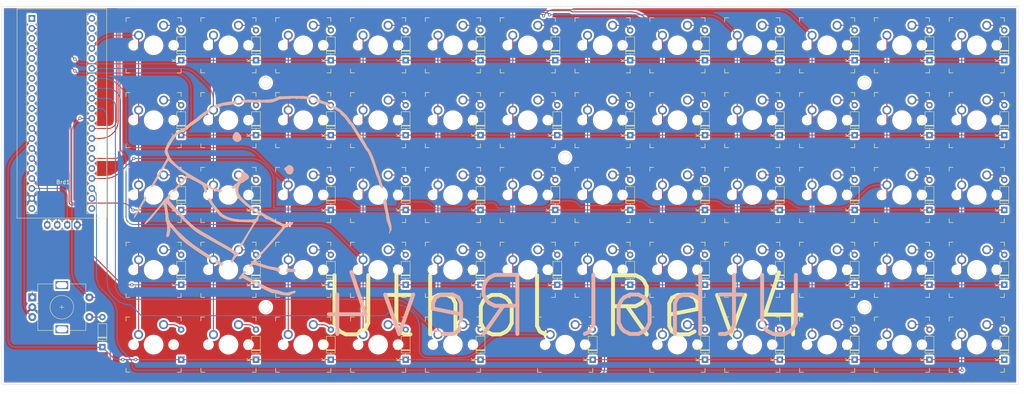
<source format=kicad_pcb>
(kicad_pcb (version 20211014) (generator pcbnew)
  (layers (0 "F.Cu" signal) (31 "B.Cu" signal) (34 "B.Paste" user) (35 "F.Paste" user) (36 "B.SilkS" user "B.Silkscreen") (37 "F.SilkS" user "F.Silkscreen") (38 "B.Mask" user) (39 "F.Mask" user) (44 "Edge.Cuts" user))
  (net 0 "")
  (net 1 "Net-(D1-Pad2)")
  (net 2 "C0")
  (net 3 "Net-(D2-Pad2)")
  (net 4 "Net-(D3-Pad2)")
  (net 5 "Net-(D4-Pad2)")
  (net 6 "Net-(D5-Pad2)")
  (net 7 "Net-(D6-Pad2)")
  (net 8 "C1")
  (net 9 "Net-(D7-Pad2)")
  (net 10 "Net-(D8-Pad2)")
  (net 11 "Net-(D9-Pad2)")
  (net 12 "Net-(D10-Pad2)")
  (net 13 "Net-(D11-Pad2)")
  (net 14 "C2")
  (net 15 "Net-(D12-Pad2)")
  (net 16 "Net-(D13-Pad2)")
  (net 17 "Net-(D14-Pad2)")
  (net 18 "Net-(D15-Pad2)")
  (net 19 "Net-(D16-Pad2)")
  (net 20 "C3")
  (net 21 "Net-(D17-Pad2)")
  (net 22 "Net-(D18-Pad2)")
  (net 23 "Net-(D19-Pad2)")
  (net 24 "Net-(D20-Pad2)")
  (net 25 "Net-(D21-Pad2)")
  (net 26 "C4")
  (net 27 "Net-(D22-Pad2)")
  (net 28 "Net-(D23-Pad2)")
  (net 29 "Net-(D24-Pad2)")
  (net 30 "Net-(D25-Pad2)")
  (net 31 "Net-(D26-Pad2)")
  (net 32 "C5")
  (net 33 "Net-(D27-Pad2)")
  (net 34 "Net-(D28-Pad2)")
  (net 35 "Net-(D29-Pad2)")
  (net 36 "Net-(D30-Pad2)")
  (net 37 "Net-(D31-Pad2)")
  (net 38 "C6")
  (net 39 "Net-(D32-Pad2)")
  (net 40 "Net-(D33-Pad2)")
  (net 41 "Net-(D34-Pad2)")
  (net 42 "Net-(D35-Pad2)")
  (net 43 "C7")
  (net 44 "Net-(D36-Pad2)")
  (net 45 "Net-(D37-Pad2)")
  (net 46 "Net-(D38-Pad2)")
  (net 47 "Net-(D39-Pad2)")
  (net 48 "Net-(D40-Pad2)")
  (net 49 "C8")
  (net 50 "Net-(D41-Pad2)")
  (net 51 "Net-(D42-Pad2)")
  (net 52 "Net-(D43-Pad2)")
  (net 53 "Net-(D44-Pad2)")
  (net 54 "Net-(D45-Pad2)")
  (net 55 "C9")
  (net 56 "Net-(D46-Pad2)")
  (net 57 "Net-(D47-Pad2)")
  (net 58 "Net-(D48-Pad2)")
  (net 59 "Net-(D49-Pad2)")
  (net 60 "Net-(D50-Pad2)")
  (net 61 "C10")
  (net 62 "Net-(D51-Pad2)")
  (net 63 "Net-(D52-Pad2)")
  (net 64 "Net-(D53-Pad2)")
  (net 65 "Net-(D54-Pad2)")
  (net 66 "Net-(D55-Pad2)")
  (net 67 "C11")
  (net 68 "Net-(D56-Pad2)")
  (net 69 "Net-(D57-Pad2)")
  (net 70 "Net-(D58-Pad2)")
  (net 71 "Net-(D59-Pad2)")
  (net 72 "E1")
  (net 73 "E2")
  (net 74 "Net-(D60-Pad2)")
  (net 75 "VCC")
  (net 76 "SCL")
  (net 77 "SDA")
  (net 81 "R0")
  (net 84 "R1")
  (net 91 "R2")
  (net 93 "R3")
  (net 94 "R4")
  (net 100 "GND")
  (footprint "Diode_THT:D_DO-35_SOD27_P7.62mm_Horizontal" (layer "F.Cu") (at 166.5 49.31 90)
    (fp_text reference "D27")
    (fp_text value "1N4148")
  )
  (footprint "Rotary_Encoder:RotaryEncoder_Alps_EC11E-Switch_Vertical_H20mm" (layer "F.Cu") (at 33.2 90.5)
    (fp_text reference "SW60" hide)
    (fp_text value "RotaryEncoder_Switch" hide)
  )
  (footprint "Diode_THT:D_DO-35_SOD27_P7.62mm_Horizontal" (layer "F.Cu") (at 147 30.31 90)
    (fp_text reference "D21")
    (fp_text value "1N4148")
  )
  (footprint "Diode_THT:D_DO-35_SOD27_P7.62mm_Horizontal" (layer "F.Cu") (at 242 87.31 90)
    (fp_text reference "D48")
    (fp_text value "1N4148")
  )
  (footprint "keyswitches:SW_MX_BetterSpacing" (layer "F.Cu") (at 83 64.5)
    (fp_text reference "SW8" hide)
    (fp_text value "SW_PUSH" hide)
  )
  (footprint "keyswitches:SW_MX_BetterSpacing" (layer "F.Cu") (at 178 64.5)
    (fp_text reference "SW33" hide)
    (fp_text value "SW_PUSH" hide)
  )
  (footprint "Diode_THT:D_DO-35_SOD27_P7.62mm_Horizontal" (layer "F.Cu") (at 185 68.31 90)
    (fp_text reference "D33")
    (fp_text value "1N4148")
  )
  (footprint "SSD1306:128x64OLED_Pins" (layer "F.Cu") (at 41 61.5 180)
    (fp_text reference "Brd1")
    (fp_text value "SSD1306")
  )
  (footprint "Diode_THT:D_DO-35_SOD27_P7.62mm_Horizontal" (layer "F.Cu") (at 223 49.31 90)
    (fp_text reference "D41")
    (fp_text value "1N4148")
  )
  (footprint "Diode_THT:D_DO-35_SOD27_P7.62mm_Horizontal" (layer "F.Cu") (at 166 30.31 90)
    (fp_text reference "D26")
    (fp_text value "1N4148")
  )
  (footprint "keyswitches:SW_MX_BetterSpacing" (layer "F.Cu") (at 178 26.5)
    (fp_text reference "SW31" hide)
    (fp_text value "SW_PUSH" hide)
  )
  (footprint "Diode_THT:D_DO-35_SOD27_P7.62mm_Horizontal" (layer "F.Cu") (at 109 30.31 90)
    (fp_text reference "D11")
    (fp_text value "1N4148")
  )
  (footprint "keyswitches:SW_MX_BetterSpacing" (layer "F.Cu") (at 178 83.5)
    (fp_text reference "SW34" hide)
    (fp_text value "SW_PUSH" hide)
  )
  (footprint "Diode_THT:D_DO-35_SOD27_P7.62mm_Horizontal" (layer "F.Cu") (at 147 49.31 90)
    (fp_text reference "D22")
    (fp_text value "1N4148")
  )
  (footprint "keyswitches:SW_MX_BetterSpacing" (layer "F.Cu") (at 83 45.5)
    (fp_text reference "SW7" hide)
    (fp_text value "SW_PUSH" hide)
  )
  (footprint "Diode_THT:D_DO-35_SOD27_P7.62mm_Horizontal" (layer "F.Cu") (at 166.5 87.31 90)
    (fp_text reference "D29")
    (fp_text value "1N4148")
  )
  (footprint "keyswitches:SW_MX_BetterSpacing" (layer "F.Cu") (at 102 83.5)
    (fp_text reference "SW14" hide)
    (fp_text value "SW_PUSH" hide)
  )
  (footprint "Diode_THT:D_DO-35_SOD27_P7.62mm_Horizontal" (layer "F.Cu") (at 71 30.31 90)
    (fp_text reference "D1")
    (fp_text value "1N4148")
  )
  (footprint "keyswitches:SW_MX_BetterSpacing" (layer "F.Cu") (at 64 45.5)
    (fp_text reference "SW2" hide)
    (fp_text value "SW_PUSH" hide)
  )
  (footprint "keyswitches:SW_MX_BetterSpacing" (layer "F.Cu") (at 159 45.5)
    (fp_text reference "SW27" hide)
    (fp_text value "SW_PUSH" hide)
  )
  (footprint "keyswitches:SW_MX_BetterSpacing" (layer "F.Cu") (at 102 26.5)
    (fp_text reference "SW11" hide)
    (fp_text value "SW_PUSH" hide)
  )
  (footprint "Diode_THT:D_DO-35_SOD27_P7.62mm_Horizontal" (layer "F.Cu") (at 242 68.31 90)
    (fp_text reference "D47")
    (fp_text value "1N4148")
  )
  (footprint "keyswitches:SW_MX_BetterSpacing" (layer "F.Cu") (at 140 64.5)
    (fp_text reference "SW23" hide)
    (fp_text value "SW_PUSH" hide)
  )
  (footprint "keyswitches:SW_MX_BetterSpacing" (layer "F.Cu") (at 254 45.5)
    (fp_text reference "SW51" hide)
    (fp_text value "SW_PUSH" hide)
  )
  (footprint "Diode_THT:D_DO-35_SOD27_P7.62mm_Horizontal" (layer "F.Cu") (at 223 30.31 90)
    (fp_text reference "D40")
    (fp_text value "1N4148")
  )
  (footprint "Diode_THT:D_DO-35_SOD27_P7.62mm_Horizontal" (layer "F.Cu") (at 109 49.31 90)
    (fp_text reference "D12")
    (fp_text value "1N4148")
  )
  (footprint "keyswitches:SW_MX_BetterSpacing" (layer "F.Cu") (at 254 26.5)
    (fp_text reference "SW50" hide)
    (fp_text value "SW_PUSH" hide)
  )
  (footprint "keyswitches:SW_MX_BetterSpacing" (layer "F.Cu") (at 254 83.5)
    (fp_text reference "SW53" hide)
    (fp_text value "SW_PUSH" hide)
  )
  (footprint "keyswitches:SW_MX_BetterSpacing" (layer "F.Cu") (at 64 83.5)
    (fp_text reference "SW4" hide)
    (fp_text value "SW_PUSH" hide)
  )
  (footprint "keyswitches:SW_MX_BetterSpacing" (layer "F.Cu") (at 83 102.5)
    (fp_text reference "SW10" hide)
    (fp_text value "SW_PUSH" hide)
  )
  (footprint "keyswitches:SW_MX_BetterSpacing" (layer "F.Cu") (at 140 26.5)
    (fp_text reference "SW21" hide)
    (fp_text value "SW_PUSH" hide)
  )
  (footprint "Diode_THT:D_DO-35_SOD27_P7.62mm_Horizontal" (layer "F.Cu") (at 147 87.31 90)
    (fp_text reference "D24")
    (fp_text value "1N4148")
  )
  (footprint "Diode_THT:D_DO-35_SOD27_P7.62mm_Horizontal" (layer "F.Cu") (at 90 106.31 90)
    (fp_text reference "D10")
    (fp_text value "1N4148")
  )
  (footprint "Diode_THT:D_DO-35_SOD27_P7.62mm_Horizontal" (layer "F.Cu") (at 261 30.31 90)
    (fp_text reference "D50")
    (fp_text value "1N4148")
  )
  (footprint "keyswitches:SW_MX_BetterSpacing" (layer "F.Cu") (at 102 64.5)
    (fp_text reference "SW13" hide)
    (fp_text value "SW_PUSH" hide)
  )
  (footprint "Diode_THT:D_DO-35_SOD27_P7.62mm_Horizontal" (layer "F.Cu") (at 261 49.31 90)
    (fp_text reference "D51")
    (fp_text value "1N4148")
  )
  (footprint "keyswitches:SW_MX_BetterSpacing" (layer "F.Cu") (at 197 26.5)
    (fp_text reference "SW35" hide)
    (fp_text value "SW_PUSH" hide)
  )
  (footprint "Diode_THT:D_DO-35_SOD27_P7.62mm_Horizontal" (layer "F.Cu") (at 128 106.31 90)
    (fp_text reference "D20")
    (fp_text value "1N4148")
  )
  (footprint "Diode_THT:D_DO-35_SOD27_P7.62mm_Horizontal" (layer "F.Cu") (at 128 49.31 90)
    (fp_text reference "D17")
    (fp_text value "1N4148")
  )
  (footprint "Diode_THT:D_DO-35_SOD27_P7.62mm_Horizontal" (layer "F.Cu") (at 261 68.31 90)
    (fp_text reference "D52")
    (fp_text value "1N4148")
  )
  (footprint "keyswitches:SW_MX_BetterSpacing" (layer "F.Cu") (at 83 26.5)
    (fp_text reference "SW6" hide)
    (fp_text value "SW_PUSH" hide)
  )
  (footprint "keyswitches:SW_MX_BetterSpacing" (layer "F.Cu") (at 159 83.5)
    (fp_text reference "SW29" hide)
    (fp_text value "SW_PUSH" hide)
  )
  (footprint "Diode_THT:D_DO-35_SOD27_P7.62mm_Horizontal" (layer "F.Cu") (at 185 49.31 90)
    (fp_text reference "D32")
    (fp_text value "1N4148")
  )
  (footprint "Diode_THT:D_DO-35_SOD27_P7.62mm_Horizontal" (layer "F.Cu") (at 128 68.31 90)
    (fp_text reference "D18")
    (fp_text value "1N4148")
  )
  (footprint "Diode_THT:D_DO-35_SOD27_P7.62mm_Horizontal" (layer "F.Cu") (at 280 106.31 90)
    (fp_text reference "D59")
    (fp_text value "1N4148")
  )
  (footprint "Diode_THT:D_DO-35_SOD27_P7.62mm_Horizontal" (layer "F.Cu") (at 90 87.31 90)
    (fp_text reference "D9")
    (fp_text value "1N4148")
  )
  (footprint "Diode_THT:D_DO-35_SOD27_P7.62mm_Horizontal" (layer "F.Cu") (at 71 68.31 90)
    (fp_text reference "D3")
    (fp_text value "1N4148")
  )
  (footprint "Diode_THT:D_DO-35_SOD27_P7.62mm_Horizontal" (layer "F.Cu") (at 185 87.31 90)
    (fp_text reference "D34")
    (fp_text value "1N4148")
  )
  (footprint "keyswitches:SW_MX_BetterSpacing" (layer "F.Cu") (at 273 26.5)
    (fp_text reference "SW55" hide)
    (fp_text value "SW_PUSH" hide)
  )
  (footprint "keyswitches:SW_MX_BetterSpacing" (layer "F.Cu") (at 273 45.5)
    (fp_text reference "SW56" hide)
    (fp_text value "SW_PUSH" hide)
  )
  (footprint "keyswitches:SW_MX_BetterSpacing" (layer "F.Cu") (at 168.5 102.5)
    (fp_text reference "SW30" hide)
    (fp_text value "SW_PUSH" hide)
  )
  (footprint "keyswitches:SW_MX_BetterSpacing" (layer "F.Cu") (at 140 102.5)
    (fp_text reference "SW25" hide)
    (fp_text value "SW_PUSH" hide)
  )
  (footprint "keyswitches:SW_MX_BetterSpacing" (layer "F.Cu") (at 235 64.5)
    (fp_text reference "SW47" hide)
    (fp_text value "SW_PUSH" hide)
  )
  (footprint "Diode_THT:D_DO-35_SOD27_P7.62mm_Horizontal" (layer "F.Cu") (at 166 68.31 90)
    (fp_text reference "D28")
    (fp_text value "1N4148")
  )
  (footprint "Diode_THT:D_DO-35_SOD27_P7.62mm_Horizontal" (layer "F.Cu") (at 204 68.31 90)
    (fp_text reference "D37")
    (fp_text value "1N4148")
  )
  (footprint "Diode_THT:D_DO-35_SOD27_P7.62mm_Horizontal" (layer "F.Cu") (at 109 68.31 90)
    (fp_text reference "D13")
    (fp_text value "1N4148")
  )
  (footprint "Diode_THT:D_DO-35_SOD27_P7.62mm_Horizontal" (layer "F.Cu") (at 223 106.31 90)
    (fp_text reference "D44")
    (fp_text value "1N4148")
  )
  (footprint "Diode_THT:D_DO-35_SOD27_P7.62mm_Horizontal" (layer "F.Cu") (at 90 49.31 90)
    (fp_text reference "D7")
    (fp_text value "1N4148")
  )
  (footprint "keyswitches:SW_MX_BetterSpacing" (layer "F.Cu") (at 235 83.5)
    (fp_text reference "SW48" hide)
    (fp_text value "SW_PUSH" hide)
  )
  (footprint "keyswitches:SW_MX_BetterSpacing" (layer "F.Cu") (at 140 83.5)
    (fp_text reference "SW24" hide)
    (fp_text value "SW_PUSH" hide)
  )
  (footprint "keyswitches:SW_MX_BetterSpacing" (layer "F.Cu") (at 235 26.5)
    (fp_text reference "SW45" hide)
    (fp_text value "SW_PUSH" hide)
  )
  (footprint "keyswitches:SW_MX_BetterSpacing" (layer "F.Cu") (at 216 45.5)
    (fp_text reference "SW41" hide)
    (fp_text value "SW_PUSH" hide)
  )
  (footprint "Diode_THT:D_DO-35_SOD27_P7.62mm_Horizontal" (layer "F.Cu") (at 204 49.31 90)
    (fp_text reference "D36")
    (fp_text value "1N4148")
  )
  (footprint "Diode_THT:D_DO-35_SOD27_P7.62mm_Horizontal" (layer "F.Cu") (at 147 68.31 90)
    (fp_text reference "D23")
    (fp_text value "1N4148")
  )
  (footprint "Diode_THT:D_DO-35_SOD27_P7.62mm_Horizontal" (layer "F.Cu") (at 261 106.31 90)
    (fp_text reference "D54")
    (fp_text value "1N4148")
  )
  (footprint "keyswitches:SW_MX_BetterSpacing" (layer "F.Cu") (at 197 102.5)
    (fp_text reference "SW39" hide)
    (fp_text value "SW_PUSH" hide)
  )
  (footprint "keyswitches:SW_MX_BetterSpacing" (layer "F.Cu") (at 197 64.5)
    (fp_text reference "SW37" hide)
    (fp_text value "SW_PUSH" hide)
  )
  (footprint "Diode_THT:D_DO-35_SOD27_P7.62mm_Horizontal" (layer "F.Cu") (at 242 30.31 90)
    (fp_text reference "D45")
    (fp_text value "1N4148")
  )
  (footprint "Diode_THT:D_DO-35_SOD27_P7.62mm_Horizontal" (layer "F.Cu") (at 147 106.31 90)
    (fp_text reference "D25")
    (fp_text value "1N4148")
  )
  (footprint "keyswitches:SW_MX_BetterSpacing" (layer "F.Cu") (at 159 64.5)
    (fp_text reference "SW28" hide)
    (fp_text value "SW_PUSH" hide)
  )
  (footprint "Diode_THT:D_DO-35_SOD27_P7.62mm_Horizontal" (layer "F.Cu") (at 261 87.31 90)
    (fp_text reference "D53")
    (fp_text value "1N4148")
  )
  (footprint "keyswitches:SW_MX_BetterSpacing" (layer "F.Cu") (at 64 26.5)
    (fp_text reference "SW1" hide)
    (fp_text value "SW_PUSH" hide)
  )
  (footprint "keyswitches:SW_MX_BetterSpacing" (layer "F.Cu") (at 216 83.5)
    (fp_text reference "SW43" hide)
    (fp_text value "SW_PUSH" hide)
  )
  (footprint "Diode_THT:D_DO-35_SOD27_P7.62mm_Horizontal" (layer "F.Cu") (at 223 68.31 90)
    (fp_text reference "D42")
    (fp_text value "1N4148")
  )
  (footprint "keyswitches:SW_MX_BetterSpacing" (layer "F.Cu") (at 235 102.5)
    (fp_text reference "SW49" hide)
    (fp_text value "SW_PUSH" hide)
  )
  (footprint "keyswitches:SW_MX_BetterSpacing" (layer "F.Cu") (at 254 64.5)
    (fp_text reference "SW52" hide)
    (fp_text value "SW_PUSH" hide)
  )
  (footprint "Diode_THT:D_DO-35_SOD27_P7.62mm_Horizontal" (layer "F.Cu") (at 128 87.31 90)
    (fp_text reference "D19")
    (fp_text value "1N4148")
  )
  (footprint "keyswitches:SW_MX_BetterSpacing" (layer "F.Cu") (at 121 102.5)
    (fp_text reference "SW20" hide)
    (fp_text value "SW_PUSH" hide)
  )
  (footprint "keyswitches:SW_MX_BetterSpacing" (layer "F.Cu") (at 216 102.5)
    (fp_text reference "SW44" hide)
    (fp_text value "SW_PUSH" hide)
  )
  (footprint "keyswitches:SW_MX_BetterSpacing" (layer "F.Cu") (at 83 83.5)
    (fp_text reference "SW9" hide)
    (fp_text value "SW_PUSH" hide)
  )
  (footprint "Diode_THT:D_DO-35_SOD27_P7.62mm_Horizontal" (layer "F.Cu") (at 204 87.31 90)
    (fp_text reference "D38")
    (fp_text value "1N4148")
  )
  (footprint "Diode_THT:D_DO-35_SOD27_P7.62mm_Horizontal" (layer "F.Cu") (at 109 106.31 90)
    (fp_text reference "D15")
    (fp_text value "1N4148")
  )
  (footprint "Diode_THT:D_DO-35_SOD27_P7.62mm_Horizontal" (layer "F.Cu") (at 128 30.31 90)
    (fp_text reference "D16")
    (fp_text value "1N4148")
  )
  (footprint "Diode_THT:D_DO-35_SOD27_P7.62mm_Horizontal" (layer "F.Cu") (at 280 68.31 90)
    (fp_text reference "D57")
    (fp_text value "1N4148")
  )
  (footprint "Diode_THT:D_DO-35_SOD27_P7.62mm_Horizontal" (layer "F.Cu") (at 223 87.31 90)
    (fp_text reference "D43")
    (fp_text value "1N4148")
  )
  (footprint "Diode_THT:D_DO-35_SOD27_P7.62mm_Horizontal" (layer "F.Cu") (at 90 68.31 90)
    (fp_text reference "D8")
    (fp_text value "1N4148")
  )
  (footprint "keyswitches:SW_MX_BetterSpacing" (layer "F.Cu") (at 273 102.5)
    (fp_text reference "SW59" hide)
    (fp_text value "SW_PUSH" hide)
  )
  (footprint "Diode_THT:D_DO-35_SOD27_P7.62mm_Horizontal" (layer "F.Cu") (at 280 49.31 90)
    (fp_text reference "D56")
    (fp_text value "1N4148")
  )
  (footprint "keyswitches:SW_MX_BetterSpacing" (layer "F.Cu") (at 216 26.5)
    (fp_text reference "SW40" hide)
    (fp_text value "SW_PUSH" hide)
  )
  (footprint "keyswitches:SW_MX_BetterSpacing" (layer "F.Cu") (at 273 83.5)
    (fp_text reference "SW58" hide)
    (fp_text value "SW_PUSH" hide)
  )
  (footprint "keyswitches:SW_MX_BetterSpacing" (layer "F.Cu") (at 121 26.5)
    (fp_text reference "SW16" hide)
    (fp_text value "SW_PUSH" hide)
  )
  (footprint "keyswitches:SW_MX_BetterSpacing" (layer "F.Cu") (at 64 64.5)
    (fp_text reference "SW3" hide)
    (fp_text value "SW_PUSH" hide)
  )
  (footprint "Diode_THT:D_DO-35_SOD27_P7.62mm_Horizontal" (layer "F.Cu") (at 71 106.31 90)
    (fp_text reference "D5")
    (fp_text value "1N4148")
  )
  (footprint "keyswitches:SW_MX_BetterSpacing" (layer "F.Cu") (at 216 64.5)
    (fp_text reference "SW42" hide)
    (fp_text value "SW_PUSH" hide)
  )
  (footprint "Diode_THT:D_DO-35_SOD27_P7.62mm_Horizontal" (layer "F.Cu") (at 109 87.31 90)
    (fp_text reference "D14")
    (fp_text value "1N4148")
  )
  (footprint "keyswitches:SW_MX_BetterSpacing" (layer "F.Cu") (at 197 83.5)
    (fp_text reference "SW38" hide)
    (fp_text value "SW_PUSH" hide)
  )
  (footprint "keyswitches:SW_MX_BetterSpacing" (layer "F.Cu") (at 140 45.5)
    (fp_text reference "SW22" hide)
    (fp_text value "SW_PUSH" hide)
  )
  (footprint "Diode_THT:D_DO-35_SOD27_P7.62mm_Horizontal" (layer "F.Cu") (at 242 49.31 90)
    (fp_text reference "D46")
    (fp_text value "1N4148")
  )
  (footprint "keyswitches:SW_MX_BetterSpacing" (layer "F.Cu") (at 102 45.5)
    (fp_text reference "SW12" hide)
    (fp_text value "SW_PUSH" hide)
  )
  (footprint "Diode_THT:D_DO-35_SOD27_P7.62mm_Horizontal" (layer "F.Cu") (at 280 30.31 90)
    (fp_text reference "D55")
    (fp_text value "1N4148")
  )
  (footprint "Diode_THT:D_DO-35_SOD27_P7.62mm_Horizontal" (layer "F.Cu") (at 90 30.31 90)
    (fp_text reference "D6")
    (fp_text value "1N4148")
  )
  (footprint "keyswitches:SW_MX_BetterSpacing" (layer "F.Cu") (at 121 64.5)
    (fp_text reference "SW18" hide)
    (fp_text value "SW_PUSH" hide)
  )
  (footprint "Diode_THT:D_DO-35_SOD27_P7.62mm_Horizontal" (layer "F.Cu") (at 204 106.31 90)
    (fp_text reference "D39")
    (fp_text value "1N4148")
  )
  (footprint "Diode_THT:D_DO-35_SOD27_P7.62mm_Horizontal" (layer "F.Cu") (at 71 49.31 90)
    (fp_text reference "D2")
    (fp_text value "1N4148")
  )
  (footprint "WeAct:YAAJ_WeAct_BlackPill_2" (layer "F.Cu") (at 33.08 19.67)
    (fp_text reference "U1" hide)
    (fp_text value "YAAJ_WeAct_BlackPill_Part_Like" hide)
  )
  (footprint "keyswitches:SW_MX_BetterSpacing" (layer "F.Cu") (at 64 102.5)
    (fp_text reference "SW5" hide)
    (fp_text value "SW_PUSH" hide)
  )
  (footprint "keyswitches:SW_MX_BetterSpacing" (layer "F.Cu") (at 121 45.5)
    (fp_text reference "SW17" hide)
    (fp_text value "SW_PUSH" hide)
  )
  (footprint "Diode_THT:D_DO-35_SOD27_P7.62mm_Horizontal" (layer "F.Cu") (at 51 103.12 90)
    (fp_text reference "D60" hide)
    (fp_text value "1N4148" hide)
  )
  (footprint "Diode_THT:D_DO-35_SOD27_P7.62mm_Horizontal" (layer "F.Cu") (at 185 30.31 90)
    (fp_text reference "D31")
    (fp_text value "1N4148")
  )
  (footprint "Diode_THT:D_DO-35_SOD27_P7.62mm_Horizontal" (layer "F.Cu") (at 175.5 106.31 90)
    (fp_text reference "D30")
    (fp_text value "1N4148")
  )
  (footprint "Diode_THT:D_DO-35_SOD27_P7.62mm_Horizontal" (layer "F.Cu") (at 204 30.31 90)
    (fp_text reference "D35")
    (fp_text value "1N4148")
  )
  (footprint "keyswitches:SW_MX_BetterSpacing" (layer "F.Cu") (at 254 102.5)
    (fp_text reference "SW54" hide)
    (fp_text value "SW_PUSH" hide)
  )
  (footprint "keyswitches:SW_MX_BetterSpacing" (layer "F.Cu") (at 235 45.5)
    (fp_text reference "SW46" hide)
    (fp_text value "SW_PUSH" hide)
  )
  (footprint "keyswitches:SW_MX_BetterSpacing" (layer "F.Cu") (at 102 102.5)
    (fp_text reference "SW15" hide)
    (fp_text value "SW_PUSH" hide)
  )
  (footprint "keyswitches:SW_MX_BetterSpacing" (layer "F.Cu") (at 159 26.5)
    (fp_text reference "SW26" hide)
    (fp_text value "SW_PUSH" hide)
  )
  (footprint "keyswitches:SW_MX_BetterSpacing" (layer "F.Cu") (at 178 45.5)
    (fp_text reference "SW32" hide)
    (fp_text value "SW_PUSH" hide)
  )
  (footprint "Diode_THT:D_DO-35_SOD27_P7.62mm_Horizontal" (layer "F.Cu") (at 242 106.31 90)
    (fp_text reference "D49")
    (fp_text value "1N4148")
  )
  (footprint "Diode_THT:D_DO-35_SOD27_P7.62mm_Horizontal" (layer "F.Cu") (at 280 87.31 90)
    (fp_text reference "D58")
    (fp_text value "1N4148")
  )
  (footprint "keyswitches:SW_MX_BetterSpacing" (layer "F.Cu") (at 273 64.5)
    (fp_text reference "SW57" hide)
    (fp_text value "SW_PUSH" hide)
  )
  (footprint "keyswitches:SW_MX_BetterSpacing" (layer "F.Cu") (at 197 45.5)
    (fp_text reference "SW36" hide)
    (fp_text value "SW_PUSH" hide)
  )
  (footprint "keyswitches:SW_MX_BetterSpacing" (layer "F.Cu") (at 121 83.5)
    (fp_text reference "SW19" hide)
    (fp_text value "SW_PUSH" hide)
  )
  (footprint "Diode_THT:D_DO-35_SOD27_P7.62mm_Horizontal" (layer "F.Cu") (at 71 87.31 90)
    (fp_text reference "D4")
    (fp_text value "1N4148")
  )
  (footprint "silk:walurs2" (layer "B.Cu") (at 95.422005 53.275104 150)
    (fp_text reference "G***" hide)
    (fp_text value "LOGO" hide)
  )
  (footprint "silk:walurs2-flip" (layer "B.Cu") (at 95.422005 53.275104 150)
    (fp_text reference "G***" hide)
    (fp_text value "LOGO" hide)
  )
  (gr_circle (center 92.5 36) (end 92.5 37.33) (layer "Edge.Cuts") (width 0.1) (fill none))
  (gr_circle (center 244.5 93) (end 244.51 94.33) (layer "Edge.Cuts") (width 0.1) (fill none))
  (gr_circle (center 92.5 93) (end 92.49 94.33) (layer "Edge.Cuts") (width 0.1) (fill none))
  (gr_circle (center 168.5 54.99) (end 168.51 56.32) (layer "Edge.Cuts") (width 0.1) (fill none))
  (gr_rect (start 283.5 112.6) (end 25.5 16.6) (layer "Edge.Cuts") (width 0.1) (fill none))
  (gr_circle (center 244.5 36) (end 244.49 37.33) (layer "Edge.Cuts") (width 0.1) (fill none))
  (gr_text "Uthol Rev4" (at 168.5 92.9) (layer "B.SilkS") (effects (font (size 15 15) (thickness 1)) (justify mirror)))
  (gr_text "Uthol Rev4" (at 168.5 93) (layer "F.SilkS") (effects (font (size 15 15) (thickness 1))))
  (segment (start 70.365 22.055) (end 71 22.69) (width 0.25) (layer "F.Cu") (net 1))
  (segment (start 68.831974 21.42) (end 66.54 21.42) (width 0.25) (layer "F.Cu") (net 1))
  (arc (start 70.365 22.055) (mid 69.661641 21.585031) (end 68.831974 21.42) (width 0.25) (layer "F.Cu") (net 1))
  (segment (start 60.19 33.587424) (end 60.19 23.96) (width 0.25) (layer "F.Cu") (net 2))
  (segment (start 60.19 76.273712) (end 60.19 80.96) (width 0.25) (layer "F.Cu") (net 2))
  (segment (start 60.19 38.273712) (end 60.19 42.96) (width 0.25) (layer "F.Cu") (net 2))
  (segment (start 60.19 71.587424) (end 60.19 76.273712) (width 0.25) (layer "F.Cu") (net 2))
  (segment (start 60.19 90.332576) (end 60.19 99.96) (width 0.25) (layer "F.Cu") (net 2))
  (segment (start 60.19 47.646288) (end 60.19 52.332576) (width 0.25) (layer "F.Cu") (net 2))
  (segment (start 60.19 85.646288) (end 60.19 90.332576) (width 0.25) (layer "F.Cu") (net 2))
  (segment (start 60.19 42.96) (end 60.19 47.646288) (width 0.25) (layer "F.Cu") (net 2))
  (segment (start 60.19 66.646288) (end 60.19 71.332576) (width 0.25) (layer "F.Cu") (net 2))
  (segment (start 60.19 52.332576) (end 60.19 52.587424) (width 0.25) (layer "F.Cu") (net 2))
  (segment (start 60.19 61.96) (end 60.19 66.646288) (width 0.25) (layer "F.Cu") (net 2))
  (segment (start 60.19 33.587424) (end 60.19 38.273712) (width 0.25) (layer "F.Cu") (net 2))
  (segment (start 60.19 52.587424) (end 60.19 57.273712) (width 0.25) (layer "F.Cu") (net 2))
  (segment (start 60.19 71.332576) (end 60.19 71.587424) (width 0.25) (layer "F.Cu") (net 2))
  (segment (start 60.19 80.96) (end 60.19 85.646288) (width 0.25) (layer "F.Cu") (net 2))
  (segment (start 60.19 57.273712) (end 60.19 61.96) (width 0.25) (layer "F.Cu") (net 2))
  (segment (start 50.056207 25.553792) (end 48.32 27.29) (width 0.25) (layer "B.Cu") (net 2))
  (segment (start 53.903963 23.96) (end 60.19 23.96) (width 0.25) (layer "B.Cu") (net 2))
  (arc (start 53.903963 23.96) (mid 51.821572 24.374213) (end 50.056207 25.553792) (width 0.25) (layer "B.Cu") (net 2))
  (segment (start 70.365 41.055) (end 71 41.69) (width 0.25) (layer "F.Cu") (net 3))
  (segment (start 68.831974 40.42) (end 66.54 40.42) (width 0.25) (layer "F.Cu") (net 3))
  (arc (start 70.365 41.055) (mid 69.661641 40.585031) (end 68.831974 40.42) (width 0.25) (layer "F.Cu") (net 3))
  (segment (start 68.831974 59.42) (end 66.54 59.42) (width 0.25) (layer "F.Cu") (net 4))
  (segment (start 70.365 60.055) (end 71 60.69) (width 0.25) (layer "F.Cu") (net 4))
  (arc (start 70.365 60.055) (mid 69.661641 59.585031) (end 68.831974 59.42) (width 0.25) (layer "F.Cu") (net 4))
  (segment (start 70.365 79.055) (end 71 79.69) (width 0.25) (layer "F.Cu") (net 5))
  (segment (start 68.831974 78.42) (end 66.54 78.42) (width 0.25) (layer "F.Cu") (net 5))
  (arc (start 68.831974 78.42) (mid 69.661641 78.585031) (end 70.365 79.055) (width 0.25) (layer "F.Cu") (net 5))
  (segment (start 70.365 98.055) (end 71 98.69) (width 0.25) (layer "F.Cu") (net 6))
  (segment (start 68.831974 97.42) (end 66.54 97.42) (width 0.25) (layer "F.Cu") (net 6))
  (arc (start 68.831974 97.42) (mid 69.661641 97.585031) (end 70.365 98.055) (width 0.25) (layer "F.Cu") (net 6))
  (segment (start 87.831974 21.42) (end 85.54 21.42) (width 0.25) (layer "F.Cu") (net 7))
  (segment (start 89.365 22.055) (end 90 22.69) (width 0.25) (layer "F.Cu") (net 7))
  (arc (start 87.831974 21.42) (mid 88.661641 21.585031) (end 89.365 22.055) (width 0.25) (layer "F.Cu") (net 7))
  (segment (start 79.19 38.273712) (end 79.19 42.96) (width 0.25) (layer "F.Cu") (net 8))
  (segment (start 79.19 71.587424) (end 79.19 76.273712) (width 0.25) (layer "F.Cu") (net 8))
  (segment (start 79.19 71.587424) (end 79.19 71.332576) (width 0.25) (layer "F.Cu") (net 8))
  (segment (start 79.19 80.96) (end 79.19 85.646288) (width 0.25) (layer "F.Cu") (net 8))
  (segment (start 79.19 47.646288) (end 79.19 52.332576) (width 0.25) (layer "F.Cu") (net 8))
  (segment (start 79.19 33.587424) (end 79.19 38.273712) (width 0.25) (layer "F.Cu") (net 8))
  (segment (start 79.19 33.587424) (end 79.19 23.96) (width 0.25) (layer "F.Cu") (net 8))
  (segment (start 79.19 85.646288) (end 79.19 90.332576) (width 0.25) (layer "F.Cu") (net 8))
  (segment (start 79.19 52.587424) (end 79.19 52.332576) (width 0.25) (layer "F.Cu") (net 8))
  (segment (start 79.19 57.273712) (end 79.19 61.96) (width 0.25) (layer "F.Cu") (net 8))
  (segment (start 79.19 90.332576) (end 79.19 99.96) (width 0.25) (layer "F.Cu") (net 8))
  (segment (start 79.19 76.273712) (end 79.19 80.96) (width 0.25) (layer "F.Cu") (net 8))
  (segment (start 79.19 42.96) (end 79.19 47.646288) (width 0.25) (layer "F.Cu") (net 8))
  (segment (start 79.19 61.96) (end 79.19 66.646288) (width 0.25) (layer "F.Cu") (net 8))
  (segment (start 79.19 52.587424) (end 79.19 57.273712) (width 0.25) (layer "F.Cu") (net 8))
  (segment (start 79.19 66.646288) (end 79.19 71.332576) (width 0.25) (layer "F.Cu") (net 8))
  (segment (start 79.19 40.443963) (end 79.19 42.96) (width 0.25) (layer "B.Cu") (net 8))
  (segment (start 77.596207 36.596207) (end 74.963792 33.963792) (width 0.25) (layer "B.Cu") (net 8))
  (segment (start 71.116036 32.37) (end 48.32 32.37) (width 0.25) (layer "B.Cu") (net 8))
  (arc (start 77.596207 36.596207) (mid 78.775786 38.361572) (end 79.19 40.443963) (width 0.25) (layer "B.Cu") (net 8))
  (arc (start 74.963792 33.963792) (mid 73.198426 32.784213) (end 71.116036 32.37) (width 0.25) (layer "B.Cu") (net 8))
  (segment (start 87.831974 40.42) (end 85.54 40.42) (width 0.25) (layer "F.Cu") (net 9))
  (segment (start 89.365 41.055) (end 90 41.69) (width 0.25) (layer "F.Cu") (net 9))
  (arc (start 87.831974 40.42) (mid 88.661641 40.585031) (end 89.365 41.055) (width 0.25) (layer "F.Cu") (net 9))
  (segment (start 89.365 60.055) (end 90 60.69) (width 0.25) (layer "F.Cu") (net 10))
  (segment (start 87.831974 59.42) (end 85.54 59.42) (width 0.25) (layer "F.Cu") (net 10))
  (arc (start 87.831974 59.42) (mid 88.661641 59.585031) (end 89.365 60.055) (width 0.25) (layer "F.Cu") (net 10))
  (segment (start 87.831974 78.42) (end 85.54 78.42) (width 0.25) (layer "F.Cu") (net 11))
  (segment (start 89.365 79.055) (end 90 79.69) (width 0.25) (layer "F.Cu") (net 11))
  (arc (start 89.365 79.055) (mid 88.661641 78.585031) (end 87.831974 78.42) (width 0.25) (layer "F.Cu") (net 11))
  (segment (start 87.831974 97.42) (end 85.54 97.42) (width 0.25) (layer "F.Cu") (net 12))
  (segment (start 89.365 98.055) (end 90 98.69) (width 0.25) (layer "F.Cu") (net 12))
  (arc (start 87.831974 97.42) (mid 88.661641 97.585031) (end 89.365 98.055) (width 0.25) (layer "F.Cu") (net 12))
  (segment (start 108.365 22.055) (end 109 22.69) (width 0.25) (layer "F.Cu") (net 13))
  (segment (start 106.831974 21.42) (end 104.54 21.42) (width 0.25) (layer "F.Cu") (net 13))
  (arc (start 108.365 22.055) (mid 107.661641 21.585031) (end 106.831974 21.42) (width 0.25) (layer "F.Cu") (net 13))
  (segment (start 98.19 90.332576) (end 98.19 99.96) (width 0.25) (layer "F.Cu") (net 14))
  (segment (start 98.19 66.646288) (end 98.19 71.332576) (width 0.25) (layer "F.Cu") (net 14))
  (segment (start 98.19 61.96) (end 98.19 66.646288) (width 0.25) (layer "F.Cu") (net 14))
  (segment (start 98.19 38.273712) (end 98.19 42.96) (width 0.25) (layer "F.Cu") (net 14))
  (segment (start 98.19 33.587424) (end 98.19 23.96) (width 0.25) (layer "F.Cu") (net 14))
  (segment (start 98.19 57.273712) (end 98.19 61.96) (width 0.25) (layer "F.Cu") (net 14))
  (segment (start 98.19 71.332576) (end 98.19 71.587424) (width 0.25) (layer "F.Cu") (net 14))
  (segment (start 98.19 85.646288) (end 98.19 90.332576) (width 0.25) (layer "F.Cu") (net 14))
  (segment (start 98.19 80.96) (end 98.19 85.646288) (width 0.25) (layer "F.Cu") (net 14))
  (segment (start 98.19 71.587424) (end 98.19 76.273712) (width 0.25) (layer "F.Cu") (net 14))
  (segment (start 98.19 47.646288) (end 98.19 52.332576) (width 0.25) (layer "F.Cu") (net 14))
  (segment (start 98.19 52.332576) (end 98.19 52.587424) (width 0.25) (layer "F.Cu") (net 14))
  (segment (start 98.19 76.273712) (end 98.19 80.96) (width 0.25) (layer "F.Cu") (net 14))
  (segment (start 98.19 42.96) (end 98.19 47.646288) (width 0.25) (layer "F.Cu") (net 14))
  (segment (start 98.19 33.587424) (end 98.19 38.273712) (width 0.25) (layer "F.Cu") (net 14))
  (segment (start 98.19 52.587424) (end 98.19 57.273712) (width 0.25) (layer "F.Cu") (net 14))
  (segment (start 58.999998 52.5) (end 86.476036 52.5) (width 0.25) (layer "B.Cu") (net 14))
  (segment (start 51.156036 34.91) (end 48.32 34.91) (width 0.25) (layer "B.Cu") (net 14))
  (segment (start 55.406207 36.906207) (end 55.003792 36.503792) (width 0.25) (layer "B.Cu") (net 14))
  (segment (start 57 40.753963) (end 57 50.500001) (width 0.25) (layer "B.Cu") (net 14))
  (segment (start 90.323792 54.093792) (end 98.19 61.96) (width 0.25) (layer "B.Cu") (net 14))
  (arc (start 51.156036 34.91) (mid 53.238426 35.324213) (end 55.003792 36.503792) (width 0.25) (layer "B.Cu") (net 14))
  (arc (start 90.323792 54.093792) (mid 88.558426 52.914213) (end 86.476036 52.5) (width 0.25) (layer "B.Cu") (net 14))
  (arc (start 55.406207 36.906207) (mid 56.585786 38.671572) (end 57 40.753963) (width 0.25) (layer "B.Cu") (net 14))
  (arc (start 58.999998 52.5) (mid 57.585785 51.914213) (end 57 50.500001) (width 0.25) (layer "B.Cu") (net 14))
  (segment (start 108.365 41.055) (end 109 41.69) (width 0.25) (layer "F.Cu") (net 15))
  (segment (start 106.831974 40.42) (end 104.54 40.42) (width 0.25) (layer "F.Cu") (net 15))
  (arc (start 108.365 41.055) (mid 107.661641 40.585031) (end 106.831974 40.42) (width 0.25) (layer "F.Cu") (net 15))
  (segment (start 108.365 60.055) (end 109 60.69) (width 0.25) (layer "F.Cu") (net 16))
  (segment (start 106.831974 59.42) (end 104.54 59.42) (width 0.25) (layer "F.Cu") (net 16))
  (arc (start 106.831974 59.42) (mid 107.661641 59.585031) (end 108.365 60.055) (width 0.25) (layer "F.Cu") (net 16))
  (segment (start 106.831974 78.42) (end 104.54 78.42) (width 0.25) (layer "F.Cu") (net 17))
  (segment (start 108.365 79.055) (end 109 79.69) (width 0.25) (layer "F.Cu") (net 17))
  (arc (start 108.365 79.055) (mid 107.661641 78.585031) (end 106.831974 78.42) (width 0.25) (layer "F.Cu") (net 17))
  (segment (start 106.831974 97.42) (end 104.54 97.42) (width 0.25) (layer "F.Cu") (net 18))
  (segment (start 108.365 98.055) (end 109 98.69) (width 0.25) (layer "F.Cu") (net 18))
  (arc (start 106.831974 97.42) (mid 107.661641 97.585031) (end 108.365 98.055) (width 0.25) (layer "F.Cu") (net 18))
  (segment (start 127.365 22.055) (end 128 22.69) (width 0.25) (layer "F.Cu") (net 19))
  (segment (start 125.831974 21.42) (end 123.54 21.42) (width 0.25) (layer "F.Cu") (net 19))
  (arc (start 127.365 22.055) (mid 126.661641 21.585031) (end 125.831974 21.42) (width 0.25) (layer "F.Cu") (net 19))
  (segment (start 117.19 66.646288) (end 117.19 71.332576) (width 0.25) (layer "F.Cu") (net 20))
  (segment (start 117.19 80.96) (end 117.19 85.646288) (width 0.25) (layer "F.Cu") (net 20))
  (segment (start 117.19 52.332576) (end 117.19 52.587424) (width 0.25) (layer "F.Cu") (net 20))
  (segment (start 117.19 71.587424) (end 117.19 76.273712) (width 0.25) (layer "F.Cu") (net 20))
  (segment (start 117.19 61.96) (end 117.19 66.646288) (width 0.25) (layer "F.Cu") (net 20))
  (segment (start 117.19 42.96) (end 117.19 47.646288) (width 0.25) (layer "F.Cu") (net 20))
  (segment (start 117.19 71.332576) (end 117.19 71.587424) (width 0.25) (layer "F.Cu") (net 20))
  (segment (start 117.19 90.332576) (end 117.19 99.96) (width 0.25) (layer "F.Cu") (net 20))
  (segment (start 117.19 47.646288) (end 117.19 52.332576) (width 0.25) (layer "F.Cu") (net 20))
  (segment (start 117.19 33.587424) (end 117.19 38.273712) (width 0.25) (layer "F.Cu") (net 20))
  (segment (start 117.19 38.273712) (end 117.19 42.96) (width 0.25) (layer "F.Cu") (net 20))
  (segment (start 117.19 85.646288) (end 117.19 90.332576) (width 0.25) (layer "F.Cu") (net 20))
  (segment (start 117.19 33.587424) (end 117.19 23.96) (width 0.25) (layer "F.Cu") (net 20))
  (segment (start 117.19 52.587424) (end 117.19 57.273712) (width 0.25) (layer "F.Cu") (net 20))
  (segment (start 117.19 57.273712) (end 117.19 61.96) (width 0.25) (layer "F.Cu") (net 20))
  (segment (start 117.19 76.273712) (end 117.19 80.96) (width 0.25) (layer "F.Cu") (net 20))
  (segment (start 57 55.689949) (end 57 70.000001) (width 0.25) (layer "B.Cu") (net 20))
  (segment (start 109.823792 73.593792) (end 117.19 80.96) (width 0.25) (layer "B.Cu") (net 20))
  (segment (start 52.271141 37.45) (end 48.32 37.45) (width 0.25) (layer "B.Cu") (net 20))
  (segment (start 105.976036 72) (end 58.999998 72) (width 0.25) (layer "B.Cu") (net 20))
  (segment (start 55.6 40.778858) (end 55.6 52.31005) (width 0.25) (layer "B.Cu") (net 20))
  (arc (start 56.3 54) (mid 55.781924 53.224644) (end 55.6 52.31005) (width 0.25) (layer "B.Cu") (net 20))
  (arc (start 57 55.689949) (mid 56.818075 54.775355) (end 56.3 54) (width 0.25) (layer "B.Cu") (net 20))
  (arc (start 109.823792 73.593792) (mid 108.058426 72.414213) (end 105.976036 72) (width 0.25) (layer "B.Cu") (net 20))
  (arc (start 54.625 38.425) (mid 55.346605 39.504959) (end 55.6 40.778858) (width 0.25) (layer "B.Cu") (net 20))
  (arc (start 57 70.000001) (mid 57.585785 71.414213) (end 58.999998 72) (width 0.25) (layer "B.Cu") (net 20))
  (arc (start 54.625 38.425) (mid 53.54504 37.703394) (end 52.271141 37.45) (width 0.25) (layer "B.Cu") (net 20))
  (segment (start 125.831974 40.42) (end 123.54 40.42) (width 0.25) (layer "F.Cu") (net 21))
  (segment (start 127.365 41.055) (end 128 41.69) (width 0.25) (layer "F.Cu") (net 21))
  (arc (start 125.831974 40.42) (mid 126.661641 40.585031) (end 127.365 41.055) (width 0.25) (layer "F.Cu") (net 21))
  (segment (start 125.831974 59.42) (end 123.54 59.42) (width 0.25) (layer "F.Cu") (net 22))
  (segment (start 127.365 60.055) (end 128 60.69) (width 0.25) (layer "F.Cu") (net 22))
  (arc (start 127.365 60.055) (mid 126.661641 59.585031) (end 125.831974 59.42) (width 0.25) (layer "F.Cu") (net 22))
  (segment (start 125.831974 78.42) (end 123.54 78.42) (width 0.25) (layer "F.Cu") (net 23))
  (segment (start 127.365 79.055) (end 128 79.69) (width 0.25) (layer "F.Cu") (net 23))
  (arc (start 127.365 79.055) (mid 126.661641 78.585031) (end 125.831974 78.42) (width 0.25) (layer "F.Cu") (net 23))
  (segment (start 125.831974 97.42) (end 123.54 97.42) (width 0.25) (layer "F.Cu") (net 24))
  (segment (start 127.365 98.055) (end 128 98.69) (width 0.25) (layer "F.Cu") (net 24))
  (arc (start 127.365 98.055) (mid 126.661641 97.585031) (end 125.831974 97.42) (width 0.25) (layer "F.Cu") (net 24))
  (segment (start 146.365 22.055) (end 147 22.69) (width 0.25) (layer "F.Cu") (net 25))
  (segment (start 144.831974 21.42) (end 142.54 21.42) (width 0.25) (layer "F.Cu") (net 25))
  (arc (start 146.365 22.055) (mid 145.661641 21.585031) (end 144.831974 21.42) (width 0.25) (layer "F.Cu") (net 25))
  (segment (start 136.19 38.273712) (end 136.19 42.96) (width 0.25) (layer "F.Cu") (net 26))
  (segment (start 136.19 33.587424) (end 136.19 23.96) (width 0.25) (layer "F.Cu") (net 26))
  (segment (start 136.19 52.332576) (end 136.19 52.587424) (width 0.25) (layer "F.Cu") (net 26))
  (segment (start 136.19 47.646288) (end 136.19 52.332576) (width 0.25) (layer "F.Cu") (net 26))
  (segment (start 136.19 42.96) (end 136.19 47.646288) (width 0.25) (layer "F.Cu") (net 26))
  (segment (start 136.19 85.646288) (end 136.19 90.332576) (width 0.25) (layer "F.Cu") (net 26))
  (segment (start 136.19 33.587424) (end 136.19 38.273712) (width 0.25) (layer "F.Cu") (net 26))
  (segment (start 136.19 61.96) (end 136.19 66.646288) (width 0.25) (layer "F.Cu") (net 26))
  (segment (start 136.19 71.587424) (end 136.19 76.273712) (width 0.25) (layer "F.Cu") (net 26))
  (segment (start 136.19 66.646288) (end 136.19 71.332576) (width 0.25) (layer "F.Cu") (net 26))
  (segment (start 136.19 71.332576) (end 136.19 71.587424) (width 0.25) (layer "F.Cu") (net 26))
  (segment (start 136.19 80.96) (end 136.19 85.646288) (width 0.25) (layer "F.Cu") (net 26))
  (segment (start 136.19 90.332576) (end 136.19 99.96) (width 0.25) (layer "F.Cu") (net 26))
  (segment (start 136.19 76.273712) (end 136.19 80.96) (width 0.25) (layer "F.Cu") (net 26))
  (segment (start 136.19 57.273712) (end 136.19 61.96) (width 0.25) (layer "F.Cu") (net 26))
  (segment (start 136.19 52.587424) (end 136.19 57.273712) (width 0.25) (layer "F.Cu") (net 26))
  (segment (start 128.823792 92.593792) (end 136.19 99.96) (width 0.25) (layer "B.Cu") (net 26))
  (segment (start 58.055634 91) (end 124.976036 91) (width 0.25) (layer "B.Cu") (net 26))
  (segment (start 54.3 87.244365) (end 54.3 41.989998) (width 0.25) (layer "B.Cu") (net 26))
  (segment (start 52.300001 39.99) (end 48.32 39.99) (width 0.25) (layer "B.Cu") (net 26))
  (arc (start 54.3 87.244365) (mid 54.58588 88.681584) (end 55.4 89.9) (width 0.25) (layer "B.Cu") (net 26))
  (arc (start 128.823792 92.593792) (mid 127.058426 91.414213) (end 124.976036 91) (width 0.25) (layer "B.Cu") (net 26))
  (arc (start 54.3 41.989998) (mid 53.714213 40.575785) (end 52.300001 39.99) (width 0.25) (layer "B.Cu") (net 26))
  (arc (start 55.4 89.9) (mid 56.618415 90.714119) (end 58.055634 91) (width 0.25) (layer "B.Cu") (net 26))
  (segment (start 146.365 41.055) (end 147 41.69) (width 0.25) (layer "F.Cu") (net 27))
  (segment (start 144.831974 40.42) (end 142.54 40.42) (width 0.25) (layer "F.Cu") (net 27))
  (arc (start 146.365 41.055) (mid 145.661641 40.585031) (end 144.831974 40.42) (width 0.25) (layer "F.Cu") (net 27))
  (segment (start 144.831974 59.42) (end 142.54 59.42) (width 0.25) (layer "F.Cu") (net 28))
  (segment (start 146.365 60.055) (end 147 60.69) (width 0.25) (layer "F.Cu") (net 28))
  (arc (start 146.365 60.055) (mid 145.661641 59.585031) (end 144.831974 59.42) (width 0.25) (layer "F.Cu") (net 28))
  (segment (start 146.365 79.055) (end 147 79.69) (width 0.25) (layer "F.Cu") (net 29))
  (segment (start 144.831974 78.42) (end 142.54 78.42) (width 0.25) (layer "F.Cu") (net 29))
  (arc (start 146.365 79.055) (mid 145.661641 78.585031) (end 144.831974 78.42) (width 0.25) (layer "F.Cu") (net 29))
  (segment (start 144.831974 97.42) (end 142.54 97.42) (width 0.25) (layer "F.Cu") (net 30))
  (segment (start 146.365 98.055) (end 147 98.69) (width 0.25) (layer "F.Cu") (net 30))
  (arc (start 146.365 98.055) (mid 145.661641 97.585031) (end 144.831974 97.42) (width 0.25) (layer "F.Cu") (net 30))
  (segment (start 165.365 22.055) (end 166 22.69) (width 0.25) (layer "F.Cu") (net 31))
  (segment (start 163.831974 21.42) (end 161.54 21.42) (width 0.25) (layer "F.Cu") (net 31))
  (arc (start 163.831974 21.42) (mid 164.661641 21.585031) (end 165.365 22.055) (width 0.25) (layer "F.Cu") (net 31))
  (segment (start 155.19 80.986698) (end 155.19 81.013396) (width 0.25) (layer "F.Cu") (net 32))
  (segment (start 155.19 42.96) (end 155.19 47.646288) (width 0.25) (layer "F.Cu") (net 32))
  (segment (start 155.19 71.332576) (end 155.19 71.587424) (width 0.25) (layer "F.Cu") (net 32))
  (segment (start 155.19 80.96) (end 155.19 80.986698) (width 0.25) (layer "F.Cu") (net 32))
  (segment (start 155.19 77.451958) (end 155.19 79.781753) (width 0.25) (layer "F.Cu") (net 32))
  (segment (start 155.19 80.933302) (end 155.19 79.781753) (width 0.25) (layer "F.Cu") (net 32))
  (segment (start 155.19 66.646288) (end 155.19 71.332576) (width 0.25) (layer "F.Cu") (net 32))
  (segment (start 155.19 38.273712) (end 155.19 42.96) (width 0.25) (layer "F.Cu") (net 32))
  (segment (start 155.19 86.198701) (end 155.19 87.356924) (width 0.25) (layer "F.Cu") (net 32))
  (segment (start 156.783792 91.783792) (end 164.69 99.69) (width 0.25) (layer "F.Cu") (net 32))
  (segment (start 155.19 57.273712) (end 155.19 61.96) (width 0.25) (layer "F.Cu") (net 32))
  (segment (start 155.19 71.587424) (end 155.19 76.273712) (width 0.25) (layer "F.Cu") (net 32))
  (segment (start 155.19 85.61959) (end 155.19 86.198701) (width 0.25) (layer "F.Cu") (net 32))
  (segment (start 155.19 33.587424) (end 155.19 23.96) (width 0.25) (layer "F.Cu") (net 32))
  (segment (start 155.19 52.587424) (end 155.19 57.273712) (width 0.25) (layer "F.Cu") (net 32))
  (segment (start 155.19 33.587424) (end 155.19 38.273712) (width 0.25) (layer "F.Cu") (net 32))
  (segment (start 155.19 47.646288) (end 155.19 52.332576) (width 0.25) (layer "F.Cu") (net 32))
  (segment (start 155.19 61.96) (end 155.19 66.646288) (width 0.25) (layer "F.Cu") (net 32))
  (segment (start 155.19 83.303144) (end 155.19 85.61959) (width 0.25) (layer "F.Cu") (net 32))
  (segment (start 155.19 76.273712) (end 155.19 77.451958) (width 0.25) (layer "F.Cu") (net 32))
  (segment (start 155.19 52.332576) (end 155.19 52.587424) (width 0.25) (layer "F.Cu") (net 32))
  (segment (start 155.19 83.303144) (end 155.19 81.013396) (width 0.25) (layer "F.Cu") (net 32))
  (segment (start 155.19 87.936036) (end 155.19 87.356924) (width 0.25) (layer "F.Cu") (net 32))
  (segment (start 155.19 80.933302) (end 155.19 80.96) (width 0.25) (layer "F.Cu") (net 32))
  (arc (start 155.19 87.936036) (mid 155.604213 90.018426) (end 156.783792 91.783792) (width 0.25) (layer "F.Cu") (net 32))
  (segment (start 52.2 44.527314) (end 52.2 86.446036) (width 0.25) (layer "B.Cu") (net 32))
  (segment (start 133.499998 105.86048) (end 142.246036 105.86048) (width 0.25) (layer "B.Cu") (net 32))
  (segment (start 131.5 98.253963) (end 131.5 103.860481) (width 0.25) (layer "B.Cu") (net 32))
  (segment (start 146.093792 104.266687) (end 148.806687 101.553792) (width 0.25) (layer "B.Cu") (net 32))
  (segment (start 122.896036 95.15) (end 125.646036 92.4) (width 0.25) (layer "B.Cu") (net 32))
  (segment (start 58.153963 92.4) (end 60.903963 95.15) (width 0.25) (layer "B.Cu") (net 32))
  (segment (start 152.654443 99.96) (end 164.69 99.96) (width 0.25) (layer "B.Cu") (net 32))
  (segment (start 129.493792 93.993792) (end 129.906207 94.406207) (width 0.25) (layer "B.Cu") (net 32))
  (segment (start 53.793792 90.293792) (end 54.306207 90.806207) (width 0.25) (layer "B.Cu") (net 32))
  (segment (start 48.32 42.53) (end 50.202685 42.53) (width 0.25) (layer "B.Cu") (net 32))
  (segment (start 60.903963 95.15) (end 122.896036 95.15) (width 0.25) (layer "B.Cu") (net 32))
  (arc (start 131.5 103.860481) (mid 132.085785 105.274693) (end 133.499998 105.86048) (width 0.25) (layer "B.Cu") (net 32))
  (arc (start 52.2 86.446036) (mid 52.614213 88.528426) (end 53.793792 90.293792) (width 0.25) (layer "B.Cu") (net 32))
  (arc (start 148.806687 101.553792) (mid 150.572052 100.374213) (end 152.654443 99.96) (width 0.25) (layer "B.Cu") (net 32))
  (arc (start 54.306207 90.806207) (mid 56.071572 91.985786) (end 58.153963 92.4) (width 0.25) (layer "B.Cu") (net 32))
  (arc (start 125.646036 92.4) (mid 127.728426 92.814213) (end 129.493792 93.993792) (width 0.25) (layer "B.Cu") (net 32))
  (arc (start 129.906207 94.406207) (mid 131.085786 96.171572) (end 131.5 98.253963) (width 0.25) (layer "B.Cu") (net 32))
  (arc (start 142.246036 105.86048) (mid 144.328426 105.446266) (end 146.093792 104.266687) (width 0.25) (layer "B.Cu") (net 32))
  (arc (start 50.202685 42.53) (mid 50.967024 42.682036) (end 51.615 43.115) (width 0.25) (layer "B.Cu") (net 32))
  (arc (start 51.615 43.115) (mid 52.047963 43.762975) (end 52.2 44.527314) (width 0.25) (layer "B.Cu") (net 32))
  (segment (start 164.331974 40.42) (end 161.54 40.42) (width 0.25) (layer "F.Cu") (net 33))
  (segment (start 165.865 41.055) (end 166.5 41.69) (width 0.25) (layer "F.Cu") (net 33))
  (arc (start 164.331974 40.42) (mid 165.161641 40.585031) (end 165.865 41.055) (width 0.25) (layer "F.Cu") (net 33))
  (segment (start 165.365 60.055) (end 166 60.69) (width 0.25) (layer "F.Cu") (net 34))
  (segment (start 163.831974 59.42) (end 161.54 59.42) (width 0.25) (layer "F.Cu") (net 34))
  (arc (start 165.365 60.055) (mid 164.661641 59.585031) (end 163.831974 59.42) (width 0.25) (layer "F.Cu") (net 34))
  (segment (start 164.331974 78.42) (end 161.54 78.42) (width 0.25) (layer "F.Cu") (net 35))
  (segment (start 165.865 79.055) (end 166.5 79.69) (width 0.25) (layer "F.Cu") (net 35))
  (arc (start 165.865 79.055) (mid 165.161641 78.585031) (end 164.331974 78.42) (width 0.25) (layer "F.Cu") (net 35))
  (segment (start 174.865 98.055) (end 175.5 98.69) (width 0.25) (layer "F.Cu") (net 36))
  (segment (start 173.331974 97.42) (end 171.04 97.42) (width 0.25) (layer "F.Cu") (net 36))
  (arc (start 174.865 98.055) (mid 174.161641 97.585031) (end 173.331974 97.42) (width 0.25) (layer "F.Cu") (net 36))
  (segment (start 182.831974 21.42) (end 180.54 21.42) (width 0.25) (layer "F.Cu") (net 37))
  (segment (start 184.365 22.055) (end 185 22.69) (width 0.25) (layer "F.Cu") (net 37))
  (arc (start 182.831974 21.42) (mid 183.661641 21.585031) (end 184.365 22.055) (width 0.25) (layer "F.Cu") (net 37))
  (segment (start 174.19 83.205165) (end 174.19 83.401122) (width 0.25) (layer "F.Cu") (net 38))
  (segment (start 174.19 83.401122) (end 174.19 83.597079) (width 0.25) (layer "F.Cu") (net 38))
  (segment (start 45.355 45.035) (end 45.32 45) (width 0.25) (layer "F.Cu") (net 38))
  (segment (start 174.19 42.96) (end 174.19 47.646288) (width 0.25) (layer "F.Cu") (net 38))
  (segment (start 174.19 61.96) (end 174.19 66.646288) (width 0.25) (layer "F.Cu") (net 38))
  (segment (start 176.500001 110.6) (end 54.877817 110.6) (width 0.25) (layer "F.Cu") (net 38))
  (segment (start 174.19 66.646288) (end 174.19 71.332576) (width 0.25) (layer "F.Cu") (net 38))
  (segment (start 174.19 52.332576) (end 174.19 52.587424) (width 0.25) (layer "F.Cu") (net 38))
  (segment (start 174.19 89.940661) (end 174.19 88.867067) (width 0.25) (layer "F.Cu") (net 38))
  (segment (start 174.19 71.587424) (end 174.19 71.332576) (width 0.25) (layer "F.Cu") (net 38))
  (segment (start 174.19 38.273712) (end 174.19 42.96) (width 0.25) (layer "F.Cu") (net 38))
  (segment (start 45.439497 45.07) (end 48.32 45.07) (width 0.25) (layer "F.Cu") (net 38))
  (segment (start 174.19 76.273712) (end 174.19 80.96) (width 0.25) (layer "F.Cu") (net 38))
  (segment (start 176.906207 94.910832) (end 175.783792 93.788417) (width 0.25) (layer "F.Cu") (net 38))
  (segment (start 174.19 83.597079) (end 174.19 86.71988) (width 0.25) (layer "F.Cu") (net 38))
  (segment (start 53 94.767766) (end 53 108.722182) (width 0.25) (layer "F.Cu") (net 38))
  (segment (start 174.19 86.71988) (end 174.19 88.867067) (width 0.25) (layer "F.Cu") (net 38))
  (segment (start 174.19 52.587424) (end 174.19 57.273712) (width 0.25) (layer "F.Cu") (net 38))
  (segment (start 174.19 57.273712) (end 174.19 61.96) (width 0.25) (layer "F.Cu") (net 38))
  (segment (start 174.19 33.587424) (end 174.19 23.96) (width 0.25) (layer "F.Cu") (net 38))
  (segment (start 49.1 90.5) (end 47.7 90.5) (width 0.25) (layer "F.Cu") (net 38))
  (segment (start 51.75 91.75) (end 51.489949 91.489949) (width 0.25) (layer "F.Cu") (net 38))
  (segment (start 174.19 47.646288) (end 174.19 52.332576) (width 0.25) (layer "F.Cu") (net 38))
  (segment (start 174.19 71.587424) (end 174.19 76.273712) (width 0.25) (layer "F.Cu") (net 38))
  (segment (start 178.5 98.758588) (end 178.5 108.600001) (width 0.25) (layer "F.Cu") (net 38))
  (segment (start 174.19 80.96) (end 174.19 83.205165) (width 0.25) (layer "F.Cu") (net 38))
  (segment (start 174.19 33.587424) (end 174.19 38.273712) (width 0.25) (layer "F.Cu") (net 38))
  (via (at 45.32 45) (size 0.8) (drill 0.4) (layers "F.Cu" "B.Cu") (net 38))
  (arc (start 49.1 90.5) (mid 50.393431 90.757279) (end 51.489949 91.489949) (width 0.25) (layer "F.Cu") (net 38))
  (arc (start 175.783792 93.788417) (mid 174.604213 92.023051) (end 174.19 89.940661) (width 0.25) (layer "F.Cu") (net 38))
  (arc (start 51.75 91.75) (mid 52.675135 93.134562) (end 53 94.767766) (width 0.25) (layer "F.Cu") (net 38))
  (arc (start 45.439497 45.07) (mid 45.393767 45.060903) (end 45.355 45.035) (width 0.25) (layer "F.Cu") (net 38))
  (arc (start 53.55 110.05) (mid 53.14294 109.440792) (end 53 108.722182) (width 0.25) (layer "F.Cu") (net 38))
  (arc (start 54.877817 110.6) (mid 54.159207 110.457059) (end 53.55 110.05) (width 0.25) (layer "F.Cu") (net 38))
  (arc (start 176.500001 110.6) (mid 177.914213 110.014213) (end 178.5 108.600001) (width 0.25) (layer "F.Cu") (net 38))
  (arc (start 176.906207 94.910832) (mid 178.085786 96.676197) (end 178.5 98.758588) (width 0.25) (layer "F.Cu") (net 38))
  (segment (start 45.32 45) (end 44.285 46.035) (width 0.25) (layer "B.Cu") (net 38))
  (segment (start 44.843792 87.643792) (end 47.7 90.5) (width 0.25) (layer "B.Cu") (net 38))
  (segment (start 43.25 83.796036) (end 43.25 48.533711) (width 0.25) (layer "B.Cu") (net 38))
  (arc (start 44.843792 87.643792) (mid 43.664213 85.878426) (end 43.25 83.796036) (width 0.25) (layer "B.Cu") (net 38))
  (arc (start 44.285 46.035) (mid 43.518987 47.181418) (end 43.25 48.533711) (width 0.25) (layer "B.Cu") (net 38))
  (segment (start 184.365 41.055) (end 185 41.69) (width 0.25) (layer "F.Cu") (net 39))
  (segment (start 182.831974 40.42) (end 180.54 40.42) (width 0.25) (layer "F.Cu") (net 39))
  (arc (start 184.365 41.055) (mid 183.661641 40.585031) (end 182.831974 40.42) (width 0.25) (layer "F.Cu") (net 39))
  (segment (start 182.831974 59.42) (end 180.54 59.42) (width 0.25) (layer "F.Cu") (net 40))
  (segment (start 184.365 60.055) (end 185 60.69) (width 0.25) (layer "F.Cu") (net 40))
  (arc (start 184.365 60.055) (mid 183.661641 59.585031) (end 182.831974 59.42) (width 0.25) (layer "F.Cu") (net 40))
  (segment (start 182.831974 78.42) (end 180.54 78.42) (width 0.25) (layer "F.Cu") (net 41))
  (segment (start 184.365 79.055) (end 185 79.69) (width 0.25) (layer "F.Cu") (net 41))
  (arc (start 184.365 79.055) (mid 183.661641 78.585031) (end 182.831974 78.42) (width 0.25) (layer "F.Cu") (net 41))
  (segment (start 203.365 22.055) (end 204 22.69) (width 0.25) (layer "F.Cu") (net 42))
  (segment (start 201.831974 21.42) (end 199.54 21.42) (width 0.25) (layer "F.Cu") (net 42))
  (arc (start 201.831974 21.42) (mid 202.661641 21.585031) (end 203.365 22.055) (width 0.25) (layer "F.Cu") (net 42))
  (segment (start 193.19 52.587424) (end 193.19 52.332576) (width 0.25) (layer "F.Cu") (net 43))
  (segment (start 193.19 61.96) (end 193.19 66.646288) (width 0.25) (layer "F.Cu") (net 43))
  (segment (start 193.19 26.213963) (end 193.19 33.587424) (width 0.25) (layer "F.Cu") (net 43))
  (segment (start 193.19 80.96) (end 193.19 85.646288) (width 0.25) (layer "F.Cu") (net 43))
  (segment (start 193.19 42.96) (end 193.19 47.646288) (width 0.25) (layer "F.Cu") (net 43))
  (segment (start 191.596207 22.366207) (end 188.823792 19.593792) (width 0.25) (layer "F.Cu") (net 43))
  (segment (start 193.19 90.332576) (end 193.19 99.96) (width 0.25) (layer "F.Cu") (net 43))
  (segment (start 193.19 57.273712) (end 193.19 61.96) (width 0.25) (layer "F.Cu") (net 43))
  (segment (start 193.19 71.587424) (end 193.19 71.332576) (width 0.25) (layer "F.Cu") (net 43))
  (segment (start 54.55048 45.610001) (end 54.55048 18.784758) (width 0.25) (layer "F.Cu") (net 43))
  (segment (start 193.19 52.587424) (end 193.19 57.273712) (width 0.25) (layer "F.Cu") (net 43))
  (segment (start 184.976036 18) (end 170.412471 18) (width 0.25) (layer "F.Cu") (net 43))
  (segment (start 193.19 85.646288) (end 193.19 90.332576) (width 0.25) (layer "F.Cu") (net 43))
  (segment (start 193.19 71.587424) (end 193.19 76.273712) (width 0.25) (layer "F.Cu") (net 43))
  (segment (start 55.635718 17.69952) (end 169.687048 17.69952) (width 0.25) (layer "F.Cu") (net 43))
  (segment (start 193.19 38.273712) (end 193.19 42.96) (width 0.25) (layer "F.Cu") (net 43))
  (segment (start 193.19 47.646288) (end 193.19 52.332576) (width 0.25) (layer "F.Cu") (net 43))
  (segment (start 193.19 66.646288) (end 193.19 71.332576) (width 0.25) (layer "F.Cu") (net 43))
  (segment (start 193.19 33.587424) (end 193.19 38.273712) (width 0.25) (layer "F.Cu") (net 43))
  (segment (start 193.19 76.273712) (end 193.19 80.96) (width 0.25) (layer "F.Cu") (net 43))
  (segment (start 52.550481 47.61) (end 48.525718 47.61) (width 0.25) (layer "F.Cu") (net 43))
  (arc (start 184.976036 18) (mid 187.058426 18.414213) (end 188.823792 19.593792) (width 0.25) (layer "F.Cu") (net 43))
  (arc (start 54.55048 45.610001) (mid 53.964693 47.024213) (end 52.550481 47.61) (width 0.25) (layer "F.Cu") (net 43))
  (arc (start 191.596207 22.366207) (mid 192.775786 24.131572) (end 193.19 26.213963) (width 0.25) (layer "F.Cu") (net 43))
  (arc (start 170.412471 18) (mid 170.216173 17.960953) (end 170.04976 17.84976) (width 0.25) (layer "F.Cu") (net 43))
  (arc (start 54.868339 18.017379) (mid 55.220415 17.782128) (end 55.635718 17.69952) (width 0.25) (layer "F.Cu") (net 43))
  (arc (start 54.868339 18.017379) (mid 54.633088 18.369455) (end 54.55048 18.784758) (width 0.25) (layer "F.Cu") (net 43))
  (arc (start 170.04976 17.84976) (mid 169.883346 17.738566) (end 169.687048 17.69952) (width 0.25) (layer "F.Cu") (net 43))
  (segment (start 201.831974 40.42) (end 199.54 40.42) (width 0.25) (layer "F.Cu") (net 44))
  (segment (start 203.365 41.055) (end 204 41.69) (width 0.25) (layer "F.Cu") (net 44))
  (arc (start 203.365 41.055) (mid 202.661641 40.585031) (end 201.831974 40.42) (width 0.25) (layer "F.Cu") (net 44))
  (segment (start 201.831974 59.42) (end 199.54 59.42) (width 0.25) (layer "F.Cu") (net 45))
  (segment (start 203.365 60.055) (end 204 60.69) (width 0.25) (layer "F.Cu") (net 45))
  (arc (start 203.365 60.055) (mid 202.661641 59.585031) (end 201.831974 59.42) (width 0.25) (layer "F.Cu") (net 45))
  (segment (start 203.365 79.055) (end 204 79.69) (width 0.25) (layer "F.Cu") (net 46))
  (segment (start 201.831974 78.42) (end 199.54 78.42) (width 0.25) (layer "F.Cu") (net 46))
  (arc (start 203.365 79.055) (mid 202.661641 78.585031) (end 201.831974 78.42) (width 0.25) (layer "F.Cu") (net 46))
  (segment (start 201.831974 97.42) (end 199.54 97.42) (width 0.25) (layer "F.Cu") (net 47))
  (segment (start 203.365 98.055) (end 204 98.69) (width 0.25) (layer "F.Cu") (net 47))
  (arc (start 201.831974 97.42) (mid 202.661641 97.585031) (end 203.365 98.055) (width 0.25) (layer "F.Cu") (net 47))
  (segment (start 220.831974 21.42) (end 218.54 21.42) (width 0.25) (layer "F.Cu") (net 48))
  (segment (start 222.365 22.055) (end 223 22.69) (width 0.25) (layer "F.Cu") (net 48))
  (arc (start 222.365 22.055) (mid 221.661641 21.585031) (end 220.831974 21.42) (width 0.25) (layer "F.Cu") (net 48))
  (segment (start 212.19 71.332576) (end 212.19 71.587424) (width 0.25) (layer "F.Cu") (net 49))
  (segment (start 212.19 42.96) (end 212.19 47.646288) (width 0.25) (layer "F.Cu") (net 49))
  (segment (start 212.19 38.273712) (end 212.19 42.96) (width 0.25) (layer "F.Cu") (net 49))
  (segment (start 212.19 61.96) (end 212.19 66.646288) (width 0.25) (layer "F.Cu") (net 49))
  (segment (start 55.635719 18.14904) (end 163.474097 18.14904) (width 0.25) (layer "F.Cu") (net 49))
  (segment (start 212.19 90.332576) (end 212.19 99.96) (width 0.25) (layer "F.Cu") (net 49))
  (segment (start 212.19 76.273712) (end 212.19 80.96) (width 0.25) (layer "F.Cu") (net 49))
  (segment (start 212.19 52.587424) (end 212.19 57.273712) (width 0.25) (layer "F.Cu") (net 49))
  (segment (start 212.19 71.587424) (end 212.19 76.273712) (width 0.25) (layer "F.Cu") (net 49))
  (segment (start 212.19 66.646288) (end 212.19 71.332576) (width 0.25) (layer "F.Cu") (net 49))
  (segment (start 212.19 57.273712) (end 212.19 61.96) (width 0.25) (layer "F.Cu") (net 49))
  (segment (start 164.5 18.75) (end 164.19952 18.44952) (width 0.25) (layer "F.Cu") (net 49))
  (segment (start 212.19 80.96) (end 212.19 85.646288) (width 0.25) (layer "F.Cu") (net 49))
  (segment (start 212.19 52.587424) (end 212.19 52.332576) (width 0.25) (layer "F.Cu") (net 49))
  (segment (start 212.19 47.646288) (end 212.19 52.332576) (width 0.25) (layer "F.Cu") (net 49))
  (segment (start 212.19 33.587424) (end 212.19 23.96) (width 0.25) (layer "F.Cu") (net 49))
  (segment (start 55 45.626167) (end 55 18.784759) (width 0.25) (layer "F.Cu") (net 49))
  (segment (start 212.19 33.587424) (end 212.19 38.273712) (width 0.25) (layer "F.Cu") (net 49))
  (segment (start 50.476167 50.15) (end 48.32 50.15) (width 0.25) (layer "F.Cu") (net 49))
  (segment (start 212.19 85.646288) (end 212.19 90.332576) (width 0.25) (layer "F.Cu") (net 49))
  (via (at 164.5 18.75) (size 0.8) (drill 0.4) (layers "F.Cu" "B.Cu") (net 49))
  (arc (start 164.19952 18.44952) (mid 163.866693 18.227132) (end 163.474097 18.14904) (width 0.25) (layer "F.Cu") (net 49))
  (arc (start 55 45.626167) (mid 54.655643 47.357362) (end 53.675 48.825) (width 0.25) (layer "F.Cu") (net 49))
  (arc (start 55.635719 18.14904) (mid 55.39244 18.197431) (end 55.186198 18.335238) (width 0.25) (layer "F.Cu") (net 49))
  (arc (start 55 18.784759) (mid 55.048391 18.54148) (end 55.186198 18.335238) (width 0.25) (layer "F.Cu") (net 49))
  (arc (start 53.675 48.825) (mid 52.207362 49.805643) (end 50.476167 50.15) (width 0.25) (layer "F.Cu") (net 49))
  (segment (start 164.5 18.75) (end 204.726036 18.75) (width 0.25) (layer "B.Cu") (net 49))
  (segment (start 208.573792 20.343792) (end 212.19 23.96) (width 0.25) (layer "B.Cu") (net 49))
  (arc (start 204.726036 18.75) (mid 206.808426 19.164213) (end 208.573792 20.343792) (width 0.25) (layer "B.Cu") (net 49))
  (segment (start 220.831974 40.42) (end 218.54 40.42) (width 0.25) (layer "F.Cu") (net 50))
  (segment (start 222.365 41.055) (end 223 41.69) (width 0.25) (layer "F.Cu") (net 50))
  (arc (start 220.831974 40.42) (mid 221.661641 40.585031) (end 222.365 41.055) (width 0.25) (layer "F.Cu") (net 50))
  (segment (start 220.831974 59.42) (end 218.54 59.42) (width 0.25) (layer "F.Cu") (net 51))
  (segment (start 222.365 60.055) (end 223 60.69) (width 0.25) (layer "F.Cu") (net 51))
  (arc (start 222.365 60.055) (mid 221.661641 59.585031) (end 220.831974 59.42) (width 0.25) (layer "F.Cu") (net 51))
  (segment (start 220.831974 78.42) (end 218.54 78.42) (width 0.25) (layer "F.Cu") (net 52))
  (segment (start 222.365 79.055) (end 223 79.69) (width 0.25) (layer "F.Cu") (net 52))
  (arc (start 220.831974 78.42) (mid 221.661641 78.585031) (end 222.365 79.055) (width 0.25) (layer "F.Cu") (net 52))
  (segment (start 220.831974 97.42) (end 218.54 97.42) (width 0.25) (layer "F.Cu") (net 53))
  (segment (start 222.365 98.055) (end 223 98.69) (width 0.25) (layer "F.Cu") (net 53))
  (arc (start 222.365 98.055) (mid 221.661641 97.585031) (end 220.831974 97.42) (width 0.25) (layer "F.Cu") (net 53))
  (segment (start 241.365 22.055) (end 242 22.69) (width 0.25) (layer "F.Cu") (net 54))
  (segment (start 239.831974 21.42) (end 237.54 21.42) (width 0.25) (layer "F.Cu") (net 54))
  (arc (start 239.831974 21.42) (mid 240.661641 21.585031) (end 241.365 22.055) (width 0.25) (layer "F.Cu") (net 54))
  (segment (start 231.19 61.96) (end 231.19 66.646288) (width 0.25) (layer "F.Cu") (net 55))
  (segment (start 231.19 52.587424) (end 231.19 52.332576) (width 0.25) (layer "F.Cu") (net 55))
  (segment (start 231.19 71.332576) (end 231.19 71.587424) (width 0.25) (layer "F.Cu") (net 55))
  (segment (start 231.19 76.273712) (end 231.19 80.96) (width 0.25) (layer "F.Cu") (net 55))
  (segment (start 231.19 42.96) (end 231.19 47.646288) (width 0.25) (layer "F.Cu") (net 55))
  (segment (start 231.19 66.646288) (end 231.19 71.332576) (width 0.25) (layer "F.Cu") (net 55))
  (segment (start 231.19 52.587424) (end 231.19 57.273712) (width 0.25) (layer "F.Cu") (net 55))
  (segment (start 231.19 90.332576) (end 231.19 99.96) (width 0.25) (layer "F.Cu") (net 55))
  (segment (start 55.44952 54.069986) (end 55.44952 18.78476) (width 0.25) (layer "F.Cu") (net 55))
  (segment (start 54.289506 55.23) (end 48.32 55.23) (width 0.25) (layer "F.Cu") (net 55))
  (segment (start 162.314699 18.59856) (end 55.63572 18.59856) (width 0.25) (layer "F.Cu") (net 55))
  (segment (start 231.19 47.646288) (end 231.19 52.332576) (width 0.25) (layer "F.Cu") (net 55))
  (segment (start 231.19 33.587424) (end 231.19 38.273712) (width 0.25) (layer "F.Cu") (net 55))
  (segment (start 162.79928 18.79928) (end 163 19) (width 0.25) (layer "F.Cu") (net 55))
  (segment (start 231.19 85.646288) (end 231.19 90.332576) (width 0.25) (layer "F.Cu") (net 55))
  (segment (start 231.19 38.273712) (end 231.19 42.96) (width 0.25) (layer "F.Cu") (net 55))
  (segment (start 231.19 33.587424) (end 231.19 23.96) (width 0.25) (layer "F.Cu") (net 55))
  (segment (start 231.19 71.587424) (end 231.19 76.273712) (width 0.25) (layer "F.Cu") (net 55))
  (segment (start 231.19 80.96) (end 231.19 85.646288) (width 0.25) (layer "F.Cu") (net 55))
  (segment (start 231.19 57.273712) (end 231.19 61.96) (width 0.25) (layer "F.Cu") (net 55))
  (via (at 163 19) (size 0.8) (drill 0.4) (layers "F.Cu" "B.Cu") (net 55))
  (arc (start 55.504057 18.653097) (mid 55.564464 18.612733) (end 55.63572 18.59856) (width 0.25) (layer "F.Cu") (net 55))
  (arc (start 55.10976 54.89024) (mid 54.733424 55.141699) (end 54.289506 55.23) (width 0.25) (layer "F.Cu") (net 55))
  (arc (start 55.44952 54.069986) (mid 55.361219 54.513904) (end 55.10976 54.89024) (width 0.25) (layer "F.Cu") (net 55))
  (arc (start 162.79928 18.79928) (mid 162.576952 18.650725) (end 162.314699 18.59856) (width 0.25) (layer "F.Cu") (net 55))
  (arc (start 55.504057 18.653097) (mid 55.463693 18.713504) (end 55.44952 18.78476) (width 0.25) (layer "F.Cu") (net 55))
  (segment (start 226.223792 18.993792) (end 231.19 23.96) (width 0.25) (layer "B.Cu") (net 55))
  (segment (start 222.376036 17.4) (end 165.73137 17.4) (width 0.25) (layer "B.Cu") (net 55))
  (segment (start 163 19) (end 163.8 18.2) (width 0.25) (layer "B.Cu") (net 55))
  (arc (start 163.8 18.2) (mid 164.68612 17.607913) (end 165.73137 17.4) (width 0.25) (layer "B.Cu") (net 55))
  (arc (start 226.223792 18.993792) (mid 224.458426 17.814213) (end 222.376036 17.4) (width 0.25) (layer "B.Cu") (net 55))
  (segment (start 241.365 41.055) (end 242 41.69) (width 0.25) (layer "F.Cu") (net 56))
  (segment (start 239.831974 40.42) (end 237.54 40.42) (width 0.25) (layer "F.Cu") (net 56))
  (arc (start 241.365 41.055) (mid 240.661641 40.585031) (end 239.831974 40.42) (width 0.25) (layer "F.Cu") (net 56))
  (segment (start 241.365 60.055) (end 242 60.69) (width 0.25) (layer "F.Cu") (net 57))
  (segment (start 239.831974 59.42) (end 237.54 59.42) (width 0.25) (layer "F.Cu") (net 57))
  (arc (start 239.831974 59.42) (mid 240.661641 59.585031) (end 241.365 60.055) (width 0.25) (layer "F.Cu") (net 57))
  (segment (start 241.365 79.055) (end 242 79.69) (width 0.25) (layer "F.Cu") (net 58))
  (segment (start 239.831974 78.42) (end 237.54 78.42) (width 0.25) (layer "F.Cu") (net 58))
  (arc (start 241.365 79.055) (mid 240.661641 78.585031) (end 239.831974 78.42) (width 0.25) (layer "F.Cu") (net 58))
  (segment (start 241.365 98.055) (end 242 98.69) (width 0.25) (layer "F.Cu") (net 59))
  (segment (start 239.831974 97.42) (end 237.54 97.42) (width 0.25) (layer "F.Cu") (net 59))
  (arc (start 239.831974 97.42) (mid 240.661641 97.585031) (end 241.365 98.055) (width 0.25) (layer "F.Cu") (net 59))
  (segment (start 260.365 22.055) (end 261 22.69) (width 0.25) (layer "F.Cu") (net 60))
  (segment (start 258.831974 21.42) (end 256.54 21.42) (width 0.25) (layer "F.Cu") (net 60))
  (arc (start 258.831974 21.42) (mid 259.661641 21.585031) (end 260.365 22.055) (width 0.25) (layer "F.Cu") (net 60))
  (segment (start 250.19 80.96) (end 250.19 85.646288) (width 0.25) (layer "F.Cu") (net 61))
  (segment (start 250.19 33.587424) (end 250.19 38.273712) (width 0.25) (layer "F.Cu") (net 61))
  (segment (start 250.19 61.96) (end 250.19 66.646288) (width 0.25) (layer "F.Cu") (net 61))
  (segment (start 250.19 85.646288) (end 250.19 90.332576) (width 0.25) (layer "F.Cu") (net 61))
  (segment (start 55.493792 58.716207) (end 58.98 55.23) (width 0.25) (layer "F.Cu") (net 61))
  (segment (start 250.19 76.273712) (end 250.19 80.96) (width 0.25) (layer "F.Cu") (net 61))
  (segment (start 250.19 71.587424) (end 250.19 71.332576) (width 0.25) (layer "F.Cu") (net 61))
  (segment (start 250.19 90.332576) (end 250.19 99.96) (width 0.25) (layer "F.Cu") (net 61))
  (segment (start 250.19 42.96) (end 250.19 47.646288) (width 0.25) (layer "F.Cu") (net 61))
  (segment (start 250.19 47.646288) (end 250.19 52.332576) (width 0.25) (layer "F.Cu") (net 61))
  (segment (start 250.19 52.587424) (end 250.19 57.273712) (width 0.25) (layer "F.Cu") (net 61))
  (segment (start 250.19 38.273712) (end 250.19 42.96) (width 0.25) (layer "F.Cu") (net 61))
  (segment (start 250.19 71.587424) (end 250.19 76.273712) (width 0.25) (layer "F.Cu") (net 61))
  (segment (start 250.19 66.646288) (end 250.19 71.332576) (width 0.25) (layer "F.Cu") (net 61))
  (segment (start 250.19 57.273712) (end 250.19 61.96) (width 0.25) (layer "F.Cu") (net 61))
  (segment (start 250.19 52.587424) (end 250.19 52.332576) (width 0.25) (layer "F.Cu") (net 61))
  (segment (start 51.646036 60.31) (end 48.32 60.31) (width 0.25) (layer "F.Cu") (net 61))
  (segment (start 250.19 33.587424) (end 250.19 23.96) (width 0.25) (layer "F.Cu") (net 61))
  (via (at 58.98 55.23) (size 0.8) (drill 0.4) (layers "F.Cu" "B.Cu") (net 61))
  (arc (start 55.493792 58.716207) (mid 53.728426 59.895786) (end 51.646036 60.31) (width 0.25) (layer "F.Cu") (net 61))
  (segment (start 248.115 61.96) (end 250.19 61.96) (width 0.25) (layer "B.Cu") (net 61))
  (segment (start 94.5 67.80524) (end 94.5 67.783333) (width 0.25) (layer "B.Cu") (net 61))
  (segment (start 94.55524 67.86048) (end 105.147185 67.86048) (width 0.25) (layer "B.Cu") (net 61))
  (segment (start 244.572753 63.427246) (end 241.733312 66.266687) (width 0.25) (layer "B.Cu") (net 61))
  (segment (start 162.323961 67.86048) (end 151.55524 67.86048) (width 0.25) (layer "B.Cu") (net 61))
  (segment (start 117.352814 67.86048) (end 125.44476 67.86048) (width 0.25) (layer "B.Cu") (net 61))
  (segment (start 171.875 66.875) (end 172.467744 67.467744) (width 0.25) (layer "B.Cu") (net 61))
  (segment (start 166.815558 66) (end 169.762563 66) (width 0.25) (layer "B.Cu") (net 61))
  (segment (start 201.073961 67.86048) (end 191.176038 67.86048) (width 0.25) (layer "B.Cu") (net 61))
  (segment (start 185.088267 66) (end 186.684441 66) (width 0.25) (layer "B.Cu") (net 61))
  (segment (start 146.212004 66.5) (end 149.969669 66.5) (width 0.25) (layer "B.Cu") (net 61))
  (segment (start 58.98 55.23) (end 78.715857 55.23) (width 0.25) (layer "B.Cu") (net 61))
  (segment (start 94.547141 67.669525) (end 94.547141 61.206822) (width 0.25) (layer "B.Cu") (net 61))
  (segment (start 78.764142 55.25) (end 88.590318 55.25) (width 0.25) (layer "B.Cu") (net 61))
  (segment (start 92.953348 57.359066) (end 92.438074 56.843792) (width 0.25) (layer "B.Cu") (net 61))
  (segment (start 228.426038 67.86048) (end 237.885556 67.86048) (width 0.25) (layer "B.Cu") (net 61))
  (segment (start 127.05524 66.25) (end 132.500738 66.25) (width 0.25) (layer "B.Cu") (net 61))
  (segment (start 112.257665 65.75) (end 110.242334 65.75) (width 0.25) (layer "B.Cu") (net 61))
  (segment (start 150.875 66.875) (end 151.034162 67.034162) (width 0.25) (layer "B.Cu") (net 61))
  (segment (start 210.06066 67.5) (end 219.939339 67.5) (width 0.25) (layer "B.Cu") (net 61))
  (segment (start 173.71368 67.185489) (end 182.226243 67.185489) (width 0.25) (layer "B.Cu") (net 61))
  (segment (start 223.56066 66) (end 223.934441 66) (width 0.25) (layer "B.Cu") (net 61))
  (segment (start 136.388781 67.86048) (end 142.927515 67.86048) (width 0.25) (layer "B.Cu") (net 61))
  (segment (start 206.439339 66) (end 205.565558 66) (width 0.25) (layer "B.Cu") (net 61))
  (arc (start 244.572753 63.427246) (mid 246.197949 62.341324) (end 248.115 61.96) (width 0.25) (layer "B.Cu") (net 61))
  (arc (start 203.31976 66.93024) (mid 204.35014 66.241761) (end 205.565558 66) (width 0.25) (layer "B.Cu") (net 61))
  (arc (start 88.590318 55.25) (mid 90.672708 55.664213) (end 92.438074 56.843792) (width 0.25) (layer "B.Cu") (net 61))
  (arc (start 78.764142 55.25) (mid 78.751076 55.247401) (end 78.74 55.24) (width 0.25) (layer "B.Cu") (net 61))
  (arc (start 94.55524 67.86048) (mid 94.516179 67.8443) (end 94.5 67.80524) (width 0.25) (layer "B.Cu") (net 61))
  (arc (start 110.242334 65.75) (mid 108.863597 66.024247) (end 107.69476 66.80524) (width 0.25) (layer "B.Cu") (net 61))
  (arc (start 92.953348 57.359066) (mid 94.132927 59.124431) (end 94.547141 61.206822) (width 0.25) (layer "B.Cu") (net 61))
  (arc (start 203.31976 66.93024) (mid 202.289378 67.618718) (end 201.073961 67.86048) (width 0.25) (layer "B.Cu") (net 61))
  (arc (start 112.257665 65.75) (mid 113.636402 66.024247) (end 114.80524 66.80524) (width 0.25) (layer "B.Cu") (net 61))
  (arc (start 188.93024 66.93024) (mid 187.899858 66.241761) (end 186.684441 66) (width 0.25) (layer "B.Cu") (net 61))
  (arc (start 151.55524 67.86048) (mid 151.339402 67.771077) (end 151.25 67.55524) (width 0.25) (layer "B.Cu") (net 61))
  (arc (start 223.934441 66) (mid 225.149858 66.241761) (end 226.18024 66.93024) (width 0.25) (layer "B.Cu") (net 61))
  (arc (start 117.352814 67.86048) (mid 115.974077 67.586232) (end 114.80524 66.80524) (width 0.25) (layer "B.Cu") (net 61))
  (arc (start 164.56976 66.93024) (mid 165.60014 66.241761) (end 166.815558 66) (width 0.25) (layer "B.Cu") (net 61))
  (arc (start 226.18024 66.93024) (mid 227.21062 67.618718) (end 228.426038 67.86048) (width 0.25) (layer "B.Cu") (net 61))
  (arc (start 183.657255 66.592744) (mid 184.313809 66.154049) (end 185.088267 66) (width 0.25) (layer "B.Cu") (net 61))
  (arc (start 241.733312 66.266687) (mid 239.967946 67.446266) (end 237.885556 67.86048) (width 0.25) (layer "B.Cu") (net 61))
  (arc (start 78.715857 55.23) (mid 78.728923 55.232598) (end 78.74 55.24) (width 0.25) (layer "B.Cu") (net 61))
  (arc (start 206.439339 66) (mid 207.419261 66.194918) (end 208.25 66.75) (width 0.25) (layer "B.Cu") (net 61))
  (arc (start 127.05524 66.25) (mid 126.485849 66.485849) (end 126.25 67.05524) (width 0.25) (layer "B.Cu") (net 61))
  (arc (start 132.500738 66.25) (mid 133.552835 66.459275) (end 134.44476 67.05524) (width 0.25) (layer "B.Cu") (net 61))
  (arc (start 125.44476 67.86048) (mid 126.01415 67.62463) (end 126.25 67.05524) (width 0.25) (layer "B.Cu") (net 61))
  (arc (start 94.52357 67.726429) (mid 94.506125 67.752537) (end 94.5 67.783333) (width 0.25) (layer "B.Cu") (net 61))
  (arc (start 94.52357 67.726429) (mid 94.541015 67.700321) (end 94.547141 67.669525) (width 0.25) (layer "B.Cu") (net 61))
  (arc (start 188.93024 66.93024) (mid 189.96062 67.618718) (end 191.176038 67.86048) (width 0.25) (layer "B.Cu") (net 61))
  (arc (start 221.75 66.75) (mid 222.580737 66.194918) (end 223.56066 66) (width 0.25) (layer "B.Cu") (net 61))
  (arc (start 151.034162 67.034162) (mid 151.193905 67.273234) (end 151.25 67.55524) (width 0.25) (layer "B.Cu") (net 61))
  (arc (start 136.388781 67.86048) (mid 135.336684 67.651204) (end 134.44476 67.05524) (width 0.25) (layer "B.Cu") (net 61))
  (arc (start 173.71368 67.185489) (mid 173.344895 67.258844) (end 173.032255 67.467744) (width 0.25) (layer "B.Cu") (net 61))
  (arc (start 208.25 66.75) (mid 209.080737 67.305081) (end 210.06066 67.5) (width 0.25) (layer "B.Cu") (net 61))
  (arc (start 221.75 66.75) (mid 220.919261 67.305081) (end 219.939339 67.5) (width 0.25) (layer "B.Cu") (net 61))
  (arc (start 142.927515 67.86048) (mid 143.816291 67.683691) (end 144.56976 67.18024) (width 0.25) (layer "B.Cu") (net 61))
  (arc (start 164.56976 66.93024) (mid 163.539378 67.618718) (end 162.323961 67.86048) (width 0.25) (layer "B.Cu") (net 61))
  (arc (start 171.875 66.875) (mid 170.905805 66.227405) (end 169.762563 66) (width 0.25) (layer "B.Cu") (net 61))
  (arc (start 150.875 66.875) (mid 150.45963 66.597459) (end 149.969669 66.5) (width 0.25) (layer "B.Cu") (net 61))
  (arc (start 144.56976 67.18024) (mid 145.323228 66.676788) (end 146.212004 66.5) (width 0.25) (layer "B.Cu") (net 61))
  (arc (start 107.69476 66.80524) (mid 106.525922 67.586232) (end 105.147185 67.86048) (width 0.25) (layer "B.Cu") (net 61))
  (arc (start 182.226243 67.185489) (mid 183.000701 67.031439) (end 183.657255 66.592744) (width 0.25) (layer "B.Cu") (net 61))
  (arc (start 173.032255 67.467744) (mid 172.749999 67.584658) (end 172.467744 67.467744) (width 0.25) (layer "B.Cu") (net 61))
  (segment (start 260.365 41.055) (end 261 41.69) (width 0.25) (layer "F.Cu") (net 62))
  (segment (start 258.831974 40.42) (end 256.54 40.42) (width 0.25) (layer "F.Cu") (net 62))
  (arc (start 260.365 41.055) (mid 259.661641 40.585031) (end 258.831974 40.42) (width 0.25) (layer "F.Cu") (net 62))
  (segment (start 258.831974 59.42) (end 256.54 59.42) (width 0.25) (layer "F.Cu") (net 63))
  (segment (start 260.365 60.055) (end 261 60.69) (width 0.25) (layer "F.Cu") (net 63))
  (arc (start 258.831974 59.42) (mid 259.661641 59.585031) (end 260.365 60.055) (width 0.25) (layer "F.Cu") (net 63))
  (segment (start 260.365 79.055) (end 261 79.69) (width 0.25) (layer "F.Cu") (net 64))
  (segment (start 258.831974 78.42) (end 256.54 78.42) (width 0.25) (layer "F.Cu") (net 64))
  (arc (start 260.365 79.055) (mid 259.661641 78.585031) (end 258.831974 78.42) (width 0.25) (layer "F.Cu") (net 64))
  (segment (start 260.365 98.055) (end 261 98.69) (width 0.25) (layer "F.Cu") (net 65))
  (segment (start 258.831974 97.42) (end 256.54 97.42) (width 0.25) (layer "F.Cu") (net 65))
  (arc (start 260.365 98.055) (mid 259.661641 97.585031) (end 258.831974 97.42) (width 0.25) (layer "F.Cu") (net 65))
  (segment (start 279.365 22.055) (end 280 22.69) (width 0.25) (layer "F.Cu") (net 66))
  (segment (start 277.831974 21.42) (end 275.54 21.42) (width 0.25) (layer "F.Cu") (net 66))
  (arc (start 277.831974 21.42) (mid 278.661641 21.585031) (end 279.365 22.055) (width 0.25) (layer "F.Cu") (net 66))
  (segment (start 269.19 95.273712) (end 269.19 99.96) (width 0.25) (layer "F.Cu") (net 67))
  (segment (start 269.19 105.709108) (end 269.19 107.834751) (width 0.25) (layer "F.Cu") (net 67))
  (segment (start 269.19 90.587424) (end 269.19 95.273712) (width 0.25) (layer "F.Cu") (net 67))
  (segment (start 269.19 42.96) (end 269.19 47.646288) (width 0.25) (layer "F.Cu") (net 67))
  (segment (start 269.19 102.629395) (end 269.19 105.709108) (width 0.25) (layer "F.Cu") (net 67))
  (segment (start 269.19 33.587424) (end 269.19 38.273712) (width 0.25) (layer "F.Cu") (net 67))
  (segment (start 269.19 61.96) (end 269.19 66.646288) (width 0.25) (layer "F.Cu") (net 67))
  (segment (start 269.19 57.273712) (end 269.19 61.96) (width 0.25) (layer "F.Cu") (net 67))
  (segment (start 269.19 99.96) (end 269.19 102.194393) (width 0.25) (layer "F.Cu") (net 67))
  (segment (start 269.19 102.411894) (end 269.19 102.629395) (width 0.25) (layer "F.Cu") (net 67))
  (segment (start 269.19 107.834751) (end 269.19 108.897573) (width 0.25) (layer "F.Cu") (net 67))
  (segment (start 269.19 85.646288) (end 269.19 90.332576) (width 0.25) (layer "F.Cu") (net 67))
  (segment (start 269.19 102.194393) (end 269.19 102.411894) (width 0.25) (layer "F.Cu") (net 67))
  (segment (start 269.19 66.646288) (end 269.19 71.332576) (width 0.25) (layer "F.Cu") (net 67))
  (segment (start 269.19 76.273712) (end 269.19 80.96) (width 0.25) (layer "F.Cu") (net 67))
  (segment (start 269.19 52.587424) (end 269.19 57.273712) (width 0.25) (layer "F.Cu") (net 67))
  (segment (start 269.19 90.332576) (end 269.19 90.587424) (width 0.25) (layer "F.Cu") (net 67))
  (segment (start 269.19 80.96) (end 269.19 85.646288) (width 0.25) (layer "F.Cu") (net 67))
  (segment (start 269.19 47.646288) (end 269.19 52.332576) (width 0.25) (layer "F.Cu") (net 67))
  (segment (start 269.19 71.587424) (end 269.19 76.273712) (width 0.25) (layer "F.Cu") (net 67))
  (segment (start 269.25 109) (end 269.22 108.97) (width 0.25) (layer "F.Cu") (net 67))
  (segment (start 269.19 52.332576) (end 269.19 52.587424) (width 0.25) (layer "F.Cu") (net 67))
  (segment (start 269.19 38.273712) (end 269.19 42.96) (width 0.25) (layer "F.Cu") (net 67))
  (segment (start 269.19 71.587424) (end 269.19 71.332576) (width 0.25) (layer "F.Cu") (net 67))
  (segment (start 269.19 33.587424) (end 269.19 23.96) (width 0.25) (layer "F.Cu") (net 67))
  (via (at 269.25 109) (size 0.8) (drill 0.4) (layers "F.Cu" "B.Cu") (net 67))
  (arc (start 269.22 108.97) (mid 269.197796 108.93677) (end 269.19 108.897573) (width 0.25) (layer "F.Cu") (net 67))
  (segment (start 57.765146 105.765146) (end 56.293792 104.293792) (width 0.25) (layer "B.Cu") (net 67))
  (segment (start 49.494511 64.855015) (end 49.494511 84.840547) (width 0.25) (layer "B.Cu") (net 67))
  (segment (start 54.7 100.446036) (end 54.7 94.553963) (width 0.25) (layer "B.Cu") (net 67))
  (segment (start 48.907255 63.437255) (end 48.32 62.85) (width 0.25) (layer "B.Cu") (net 67))
  (segment (start 59.805051 109) (end 269.25 109) (width 0.25) (layer "B.Cu") (net 67))
  (segment (start 51.088303 88.688303) (end 53.106207 90.706207) (width 0.25) (layer "B.Cu") (net 67))
  (arc (start 51.088303 88.688303) (mid 49.908724 86.922937) (end 49.494511 84.840547) (width 0.25) (layer "B.Cu") (net 67))
  (arc (start 54.7 100.446036) (mid 55.114213 102.528426) (end 56.293792 104.293792) (width 0.25) (layer "B.Cu") (net 67))
  (arc (start 48.907255 63.437255) (mid 49.341888 64.087729) (end 49.494511 64.855015) (width 0.25) (layer "B.Cu") (net 67))
  (arc (start 54.7 94.553963) (mid 54.285786 92.471572) (end 53.106207 90.706207) (width 0.25) (layer "B.Cu") (net 67))
  (arc (start 58.610103 107.805051) (mid 58.390505 106.701062) (end 57.765146 105.765146) (width 0.25) (layer "B.Cu") (net 67))
  (arc (start 58.610103 107.805051) (mid 58.960095 108.650007) (end 59.805051 109) (width 0.25) (layer "B.Cu") (net 67))
  (segment (start 277.831974 40.42) (end 275.54 40.42) (width 0.25) (layer "F.Cu") (net 68))
  (segment (start 279.365 41.055) (end 280 41.69) (width 0.25) (layer "F.Cu") (net 68))
  (arc (start 277.831974 40.42) (mid 278.661641 40.585031) (end 279.365 41.055) (width 0.25) (layer "F.Cu") (net 68))
  (segment (start 277.831974 59.42) (end 275.54 59.42) (width 0.25) (layer "F.Cu") (net 69))
  (segment (start 279.365 60.055) (end 280 60.69) (width 0.25) (layer "F.Cu") (net 69))
  (arc (start 279.365 60.055) (mid 278.661641 59.585031) (end 277.831974 59.42) (width 0.25) (layer "F.Cu") (net 69))
  (segment (start 277.831974 78.42) (end 275.54 78.42) (width 0.25) (layer "F.Cu") (net 70))
  (segment (start 279.365 79.055) (end 280 79.69) (width 0.25) (layer "F.Cu") (net 70))
  (arc (start 279.365 79.055) (mid 278.661641 78.585031) (end 277.831974 78.42) (width 0.25) (layer "F.Cu") (net 70))
  (segment (start 279.365 98.055) (end 280 98.69) (width 0.25) (layer "F.Cu") (net 71))
  (segment (start 277.831974 97.42) (end 275.54 97.42) (width 0.25) (layer "F.Cu") (net 71))
  (arc (start 277.831974 97.42) (mid 278.661641 97.585031) (end 279.365 98.055) (width 0.25) (layer "F.Cu") (net 71))
  (segment (start 32.115 58.735) (end 33.08 57.77) (width 0.25) (layer "B.Cu") (net 72))
  (segment (start 31.15 61.064716) (end 31.15 92.000431) (width 0.25) (layer "B.Cu") (net 72))
  (segment (start 32.175 94.475) (end 33.2 95.5) (width 0.25) (layer "B.Cu") (net 72))
  (arc (start 31.15 61.064716) (mid 31.400795 59.803882) (end 32.115 58.735) (width 0.25) (layer "B.Cu") (net 72))
  (arc (start 31.15 92.000431) (mid 31.416388 93.339658) (end 32.175 94.475) (width 0.25) (layer "B.Cu") (net 72))
  (segment (start 33.2 76.408147) (end 33.2 90.5) (width 0.25) (layer "F.Cu") (net 73))
  (segment (start 35.05 63.673) (end 35.05 71.941852) (width 0.25) (layer "F.Cu") (net 73))
  (segment (start 34.065 61.295) (end 33.08 60.31) (width 0.25) (layer "F.Cu") (net 73))
  (arc (start 35.05 63.673) (mid 34.794006 62.386035) (end 34.065 61.295) (width 0.25) (layer "F.Cu") (net 73))
  (arc (start 33.2 76.408147) (mid 33.440399 75.199576) (end 34.125 74.175) (width 0.25) (layer "F.Cu") (net 73))
  (arc (start 35.05 71.941852) (mid 34.8096 73.150423) (end 34.125 74.175) (width 0.25) (layer "F.Cu") (net 73))
  (segment (start 51 95.5) (end 47.7 95.5) (width 0.25) (layer "F.Cu") (net 74))
  (segment (start 42.08 64.849998) (end 42.08 72.1) (width 0.25) (layer "B.Cu") (net 75))
  (segment (start 40.080001 62.85) (end 33.08 62.85) (width 0.25) (layer "B.Cu") (net 75))
  (arc (start 40.080001 62.85) (mid 41.494213 63.435785) (end 42.08 64.849998) (width 0.25) (layer "B.Cu") (net 75))
  (segment (start 37.946207 57.556207) (end 33.08 52.69) (width 0.25) (layer "F.Cu") (net 76))
  (segment (start 39.54 61.403963) (end 39.54 72.1) (width 0.25) (layer "F.Cu") (net 76))
  (arc (start 37.946207 57.556207) (mid 39.125786 59.321572) (end 39.54 61.403963) (width 0.25) (layer "F.Cu") (net 76))
  (segment (start 35.406207 57.556207) (end 33.08 55.23) (width 0.25) (layer "F.Cu") (net 77))
  (segment (start 37 61.403963) (end 37 72.1) (width 0.25) (layer "F.Cu") (net 77))
  (arc (start 35.406207 57.556207) (mid 36.585786 59.321572) (end 37 61.403963) (width 0.25) (layer "F.Cu") (net 77))
  (segment (start 37.316622 23.316622) (end 44 30) (width 0.25) (layer "F.Cu") (net 81))
  (segment (start 34.645 22.21) (end 33.08 22.21) (width 0.25) (layer "F.Cu") (net 81))
  (via (at 44 30) (size 0.8) (drill 0.4) (layers "F.Cu" "B.Cu") (net 81))
  (arc (start 37.316622 23.316622) (mid 36.090871 22.497601) (end 34.645 22.21) (width 0.25) (layer "F.Cu") (net 81))
  (segment (start 99.372576 30.31) (end 99.627424 30.31) (width 0.25) (layer "B.Cu") (net 81))
  (segment (start 251.372576 30.31) (end 251.627424 30.31) (width 0.25) (layer "B.Cu") (net 81))
  (segment (start 223 30.31) (end 218.313712 30.31) (width 0.25) (layer "B.Cu") (net 81))
  (segment (start 189.686288 30.31) (end 185 30.31) (width 0.25) (layer "B.Cu") (net 81))
  (segment (start 132.686288 30.31) (end 128 30.31) (width 0.25) (layer "B.Cu") (net 81))
  (segment (start 147 30.31) (end 142.313712 30.31) (width 0.25) (layer "B.Cu") (net 81))
  (segment (start 265.686288 30.31) (end 261 30.31) (width 0.25) (layer "B.Cu") (net 81))
  (segment (start 170.686288 30.31) (end 166 30.31) (width 0.25) (layer "B.Cu") (net 81))
  (segment (start 270.372576 30.31) (end 280 30.31) (width 0.25) (layer "B.Cu") (net 81))
  (segment (start 99.372576 30.31) (end 94.686288 30.31) (width 0.25) (layer "B.Cu") (net 81))
  (segment (start 166 30.31) (end 161.313712 30.31) (width 0.25) (layer "B.Cu") (net 81))
  (segment (start 242 30.31) (end 237.313712 30.31) (width 0.25) (layer "B.Cu") (net 81))
  (segment (start 151.686288 30.31) (end 147 30.31) (width 0.25) (layer "B.Cu") (net 81))
  (segment (start 123.313712 30.31) (end 118.627424 30.31) (width 0.25) (layer "B.Cu") (net 81))
  (segment (start 156.372576 30.31) (end 151.686288 30.31) (width 0.25) (layer "B.Cu") (net 81))
  (segment (start 194.372576 30.31) (end 194.627424 30.31) (width 0.25) (layer "B.Cu") (net 81))
  (segment (start 118.627424 30.31) (end 118.372576 30.31) (width 0.25) (layer "B.Cu") (net 81))
  (segment (start 213.372576 30.31) (end 213.627424 30.31) (width 0.25) (layer "B.Cu") (net 81))
  (segment (start 44 30) (end 44.597744 30.597744) (width 0.25) (layer "B.Cu") (net 81))
  (segment (start 218.313712 30.31) (end 213.627424 30.31) (width 0.25) (layer "B.Cu") (net 81))
  (segment (start 104.313712 30.31) (end 99.627424 30.31) (width 0.25) (layer "B.Cu") (net 81))
  (segment (start 199.313712 30.31) (end 194.627424 30.31) (width 0.25) (layer "B.Cu") (net 81))
  (segment (start 204 30.31) (end 199.313712 30.31) (width 0.25) (layer "B.Cu") (net 81))
  (segment (start 237.313712 30.31) (end 232.627424 30.31) (width 0.25) (layer "B.Cu") (net 81))
  (segment (start 213.372576 30.31) (end 208.686288 30.31) (width 0.25) (layer "B.Cu") (net 81))
  (segment (start 232.372576 30.31) (end 227.686288 30.31) (width 0.25) (layer "B.Cu") (net 81))
  (segment (start 71.626135 30.31) (end 80.627424 30.31) (width 0.25) (layer "B.Cu") (net 81))
  (segment (start 137.627424 30.31) (end 137.372576 30.31) (width 0.25) (layer "B.Cu") (net 81))
  (segment (start 185 30.31) (end 180.313712 30.31) (width 0.25) (layer "B.Cu") (net 81))
  (segment (start 94.686288 30.31) (end 90 30.31) (width 0.25) (layer "B.Cu") (net 81))
  (segment (start 175.372576 30.31) (end 170.686288 30.31) (width 0.25) (layer "B.Cu") (net 81))
  (segment (start 69.488375 31.195489) (end 46.040827 31.195489) (width 0.25) (layer "B.Cu") (net 81))
  (segment (start 227.686288 30.31) (end 223 30.31) (width 0.25) (layer "B.Cu") (net 81))
  (segment (start 156.372576 30.31) (end 156.627424 30.31) (width 0.25) (layer "B.Cu") (net 81))
  (segment (start 194.372576 30.31) (end 189.686288 30.31) (width 0.25) (layer "B.Cu") (net 81))
  (segment (start 261 30.31) (end 256.313712 30.31) (width 0.25) (layer "B.Cu") (net 81))
  (segment (start 256.313712 30.31) (end 251.627424 30.31) (width 0.25) (layer "B.Cu") (net 81))
  (segment (start 251.372576 30.31) (end 246.686288 30.31) (width 0.25) (layer "B.Cu") (net 81))
  (segment (start 232.372576 30.31) (end 232.627424 30.31) (width 0.25) (layer "B.Cu") (net 81))
  (segment (start 137.372576 30.31) (end 132.686288 30.31) (width 0.25) (layer "B.Cu") (net 81))
  (segment (start 161.313712 30.31) (end 156.627424 30.31) (width 0.25) (layer "B.Cu") (net 81))
  (segment (start 109 30.31) (end 104.313712 30.31) (width 0.25) (layer "B.Cu") (net 81))
  (segment (start 128 30.31) (end 123.313712 30.31) (width 0.25) (layer "B.Cu") (net 81))
  (segment (start 246.686288 30.31) (end 242 30.31) (width 0.25) (layer "B.Cu") (net 81))
  (segment (start 175.372576 30.31) (end 175.627424 30.31) (width 0.25) (layer "B.Cu") (net 81))
  (segment (start 142.313712 30.31) (end 137.627424 30.31) (width 0.25) (layer "B.Cu") (net 81))
  (segment (start 180.313712 30.31) (end 175.627424 30.31) (width 0.25) (layer "B.Cu") (net 81))
  (segment (start 118.372576 30.31) (end 113.686288 30.31) (width 0.25) (layer "B.Cu") (net 81))
  (segment (start 90 30.31) (end 85.313712 30.31) (width 0.25) (layer "B.Cu") (net 81))
  (segment (start 113.686288 30.31) (end 109 30.31) (width 0.25) (layer "B.Cu") (net 81))
  (segment (start 85.313712 30.31) (end 80.627424 30.31) (width 0.25) (layer "B.Cu") (net 81))
  (segment (start 208.686288 30.31) (end 204 30.31) (width 0.25) (layer "B.Cu") (net 81))
  (segment (start 270.372576 30.31) (end 265.686288 30.31) (width 0.25) (layer "B.Cu") (net 81))
  (arc (start 70.557255 30.752744) (mid 71.047661 30.425065) (end 71.626135 30.31) (width 0.25) (layer "B.Cu") (net 81))
  (arc (start 44.597744 30.597744) (mid 45.259836 31.04014) (end 46.040827 31.195489) (width 0.25) (layer "B.Cu") (net 81))
  (arc (start 70.557255 30.752744) (mid 70.066848 31.080423) (end 69.488375 31.195489) (width 0.25) (layer "B.Cu") (net 81))
  (segment (start 36.036036 27.29) (end 33.08 27.29) (width 0.25) (layer "F.Cu") (net 84))
  (segment (start 44 33) (end 39.883792 28.883792) (width 0.25) (layer "F.Cu") (net 84))
  (via (at 44 33) (size 0.8) (drill 0.4) (layers "F.Cu" "B.Cu") (net 84))
  (arc (start 36.036036 27.29) (mid 38.118426 27.704213) (end 39.883792 28.883792) (width 0.25) (layer "F.Cu") (net 84))
  (segment (start 180.191136 49.31) (end 175.75 49.31) (width 0.25) (layer "B.Cu") (net 84))
  (segment (start 265.686288 49.31) (end 261 49.31) (width 0.25) (layer "B.Cu") (net 84))
  (segment (start 157.127424 49.31) (end 156.372576 49.31) (width 0.25) (layer "B.Cu") (net 84))
  (segment (start 227.686288 49.31) (end 223 49.31) (width 0.25) (layer "B.Cu") (net 84))
  (segment (start 44 33) (end 44.272255 33.272255) (width 0.25) (layer "B.Cu") (net 84))
  (segment (start 204 49.31) (end 199.313712 49.31) (width 0.25) (layer "B.Cu") (net 84))
  (segment (start 232.372576 49.31) (end 227.686288 49.31) (width 0.25) (layer "B.Cu") (net 84))
  (segment (start 242 49.31) (end 237.313712 49.31) (width 0.25) (layer "B.Cu") (net 84))
  (segment (start 175.75 49.31) (end 171.308864 49.31) (width 0.25) (layer "B.Cu") (net 84))
  (segment (start 194.372576 49.31) (end 189.686288 49.31) (width 0.25) (layer "B.Cu") (net 84))
  (segment (start 156.372576 49.31) (end 151.686288 49.31) (width 0.25) (layer "B.Cu") (net 84))
  (segment (start 113.686288 49.31) (end 109 49.31) (width 0.25) (layer "B.Cu") (net 84))
  (segment (start 246.686288 49.31) (end 242 49.31) (width 0.25) (layer "B.Cu") (net 84))
  (segment (start 185 49.31) (end 180.313712 49.31) (width 0.25) (layer "B.Cu") (net 84))
  (segment (start 137.372576 49.31) (end 132.686288 49.31) (width 0.25) (layer "B.Cu") (net 84))
  (segment (start 69.308218 33.544511) (end 44.929538 33.544511) (width 0.25) (layer "B.Cu") (net 84))
  (segment (start 256.313712 49.31) (end 251.627424 49.31) (width 0.25) (layer "B.Cu") (net 84))
  (segment (start 199.313712 49.31) (end 194.627424 49.31) (width 0.25) (layer "B.Cu") (net 84))
  (segment (start 208.686288 49.31) (end 204 49.31) (width 0.25) (layer "B.Cu") (net 84))
  (segment (start 171.186288 49.31) (end 166.5 49.31) (width 0.25) (layer "B.Cu") (net 84))
  (segment (start 118.372576 49.31) (end 113.686288 49.31) (width 0.25) (layer "B.Cu") (net 84))
  (segment (start 147 49.31) (end 142.313712 49.31) (width 0.25) (layer "B.Cu") (net 84))
  (segment (start 123.313712 49.31) (end 118.627424 49.31) (width 0.25) (layer "B.Cu") (net 84))
  (segment (start 85.313712 49.31) (end 80.627424 49.31) (width 0.25) (layer "B.Cu") (net 84))
  (segment (start 104.313712 49.31) (end 99.627424 49.31) (width 0.25) (layer "B.Cu") (net 84))
  (segment (start 142.313712 49.31) (end 137.627424 49.31) (width 0.25) (layer "B.Cu") (net 84))
  (segment (start 171.308864 49.31) (end 171.186288 49.31) (width 0.25) (layer "B.Cu") (net 84))
  (segment (start 161.813712 49.31) (end 157.127424 49.31) (width 0.25) (layer "B.Cu") (net 84))
  (segment (start 251.372576 49.31) (end 251.627424 49.31) (width 0.25) (layer "B.Cu") (net 84))
  (segment (start 109 49.31) (end 104.313712 49.31) (width 0.25) (layer "B.Cu") (net 84))
  (segment (start 99.372576 49.31) (end 94.686288 49.31) (width 0.25) (layer "B.Cu") (net 84))
  (segment (start 232.372576 49.31) (end 232.627424 49.31) (width 0.25) (layer "B.Cu") (net 84))
  (segment (start 261 49.31) (end 256.313712 49.31) (width 0.25) (layer "B.Cu") (net 84))
  (segment (start 251.372576 49.31) (end 246.686288 49.31) (width 0.25) (layer "B.Cu") (net 84))
  (segment (start 223 49.31) (end 218.313712 49.31) (width 0.25) (layer "B.Cu") (net 84))
  (segment (start 237.313712 49.31) (end 232.627424 49.31) (width 0.25) (layer "B.Cu") (net 84))
  (segment (start 151.686288 49.31) (end 147 49.31) (width 0.25) (layer "B.Cu") (net 84))
  (segment (start 189.686288 49.31) (end 185 49.31) (width 0.25) (layer "B.Cu") (net 84))
  (segment (start 128 49.31) (end 123.313712 49.31) (width 0.25) (layer "B.Cu") (net 84))
  (segment (start 270.372576 49.31) (end 280 49.31) (width 0.25) (layer "B.Cu") (net 84))
  (segment (start 270.372576 49.31) (end 265.686288 49.31) (width 0.25) (layer "B.Cu") (net 84))
  (segment (start 166.5 49.31) (end 161.813712 49.31) (width 0.25) (layer "B.Cu") (net 84))
  (segment (start 94.686288 49.31) (end 90 49.31) (width 0.25) (layer "B.Cu") (net 84))
  (segment (start 72.249999 48.059999) (end 71.625004 48.684999) (width 0.25) (layer "B.Cu") (net 84))
  (segment (start 73.5 45.042233) (end 73.5 37.736292) (width 0.25) (layer "B.Cu") (net 84))
  (segment (start 99.372576 49.31) (end 99.627424 49.31) (width 0.25) (layer "B.Cu") (net 84))
  (segment (start 194.372576 49.31) (end 194.627424 49.31) (width 0.25) (layer "B.Cu") (net 84))
  (segment (start 213.372576 49.31) (end 208.686288 49.31) (width 0.25) (layer "B.Cu") (net 84))
  (segment (start 137.372576 49.31) (end 137.627424 49.31) (width 0.25) (layer "B.Cu") (net 84))
  (segment (start 213.372576 49.31) (end 213.627424 49.31) (width 0.25) (layer "B.Cu") (net 84))
  (segment (start 118.372576 49.31) (end 118.627424 49.31) (width 0.25) (layer "B.Cu") (net 84))
  (segment (start 90 49.31) (end 85.313712 49.31) (width 0.25) (layer "B.Cu") (net 84))
  (segment (start 132.686288 49.31) (end 128 49.31) (width 0.25) (layer "B.Cu") (net 84))
  (segment (start 80.627424 49.31) (end 71.883889 49.31) (width 0.25) (layer "B.Cu") (net 84))
  (segment (start 218.313712 49.31) (end 213.627424 49.31) (width 0.25) (layer "B.Cu") (net 84))
  (segment (start 180.191136 49.31) (end 180.313712 49.31) (width 0.25) (layer "B.Cu") (net 84))
  (arc (start 44.929538 33.544511) (mid 44.573819 33.473753) (end 44.272255 33.272255) (width 0.25) (layer "B.Cu") (net 84))
  (arc (start 72.249999 48.059999) (mid 73.175135 46.675436) (end 73.5 45.042233) (width 0.25) (layer "B.Cu") (net 84))
  (arc (start 72.272255 34.772255) (mid 73.180919 36.132167) (end 73.5 37.736292) (width 0.25) (layer "B.Cu") (net 84))
  (arc (start 71.625004 48.684999) (mid 71.545641 49.08399) (end 71.883889 49.31) (width 0.25) (layer "B.Cu") (net 84))
  (arc (start 69.308218 33.544511) (mid 70.912343 33.863591) (end 72.272255 34.772255) (width 0.25) (layer "B.Cu") (net 84))
  (segment (start 41.000001 42.5) (end 33.11 42.5) (width 0.25) (layer "F.Cu") (net 91))
  (segment (start 43.536903 66.564511) (end 55.830263 66.564511) (width 0.25) (layer "F.Cu") (net 91))
  (segment (start 58.81 68.31) (end 57.937255 67.437255) (width 0.25) (layer "F.Cu") (net 91))
  (segment (start 43 66.027607) (end 43 44.499998) (width 0.25) (layer "F.Cu") (net 91))
  (via (at 58.81 68.31) (size 0.8) (drill 0.4) (layers "F.Cu" "B.Cu") (net 91))
  (arc (start 41.000001 42.5) (mid 42.414213 43.085785) (end 43 44.499998) (width 0.25) (layer "F.Cu") (net 91))
  (arc (start 43.536903 66.564511) (mid 43.331439 66.523641) (end 43.157255 66.407255) (width 0.25) (layer "F.Cu") (net 91))
  (arc (start 43 66.027607) (mid 43.040869 66.233071) (end 43.157255 66.407255) (width 0.25) (layer "F.Cu") (net 91))
  (arc (start 57.937255 67.437255) (mid 56.970559 66.791329) (end 55.830263 66.564511) (width 0.25) (layer "F.Cu") (net 91))
  (segment (start 270.372576 68.31) (end 265.686288 68.31) (width 0.25) (layer "B.Cu") (net 91))
  (segment (start 85.313712 68.31) (end 80.627424 68.31) (width 0.25) (layer "B.Cu") (net 91))
  (segment (start 99.372576 68.31) (end 94.686288 68.31) (width 0.25) (layer "B.Cu") (net 91))
  (segment (start 109 68.31) (end 104.313712 68.31) (width 0.25) (layer "B.Cu") (net 91))
  (segment (start 270.372576 68.31) (end 280 68.31) (width 0.25) (layer "B.Cu") (net 91))
  (segment (start 261 68.31) (end 256.313712 68.31) (width 0.25) (layer "B.Cu") (net 91))
  (segment (start 132.686288 68.31) (end 128 68.31) (width 0.25) (layer "B.Cu") (net 91))
  (segment (start 166 68.31) (end 161.313712 68.31) (width 0.25) (layer "B.Cu") (net 91))
  (segment (start 251.372576 68.31) (end 246.686288 68.31) (width 0.25) (layer "B.Cu") (net 91))
  (segment (start 58.81 68.31) (end 61.627424 68.31) (width 0.25) (layer "B.Cu") (net 91))
  (segment (start 156.372576 68.31) (end 151.686288 68.31) (width 0.25) (layer "B.Cu") (net 91))
  (segment (start 118.627424 68.31) (end 118.372576 68.31) (width 0.25) (layer "B.Cu") (net 91))
  (segment (start 208.686288 68.31) (end 204 68.31) (width 0.25) (layer "B.Cu") (net 91))
  (segment (start 194.372576 68.31) (end 194.627424 68.31) (width 0.25) (layer "B.Cu") (net 91))
  (segment (start 137.372576 68.31) (end 132.686288 68.31) (width 0.25) (layer "B.Cu") (net 91))
  (segment (start 170.686288 68.31) (end 166 68.31) (width 0.25) (layer "B.Cu") (net 91))
  (segment (start 227.686288 68.31) (end 223 68.31) (width 0.25) (layer "B.Cu") (net 91))
  (segment (start 175.372576 68.31) (end 170.686288 68.31) (width 0.25) (layer "B.Cu") (net 91))
  (segment (start 237.313712 68.31) (end 232.627424 68.31) (width 0.25) (layer "B.Cu") (net 91))
  (segment (start 232.372576 68.31) (end 227.686288 68.31) (width 0.25) (layer "B.Cu") (net 91))
  (segment (start 142.313712 68.31) (end 137.627424 68.31) (width 0.25) (layer "B.Cu") (net 91))
  (segment (start 151.686288 68.31) (end 147 68.31) (width 0.25) (layer "B.Cu") (net 91))
  (segment (start 161.313712 68.31) (end 156.627424 68.31) (width 0.25) (layer "B.Cu") (net 91))
  (segment (start 137.372576 68.31) (end 137.627424 68.31) (width 0.25) (layer "B.Cu") (net 91))
  (segment (start 204 68.31) (end 199.313712 68.31) (width 0.25) (layer "B.Cu") (net 91))
  (segment (start 66.313712 68.31) (end 61.627424 68.31) (width 0.25) (layer "B.Cu") (net 91))
  (segment (start 256.313712 68.31) (end 251.627424 68.31) (width 0.25) (layer "B.Cu") (net 91))
  (segment (start 232.372576 68.31) (end 232.627424 68.31) (width 0.25) (layer "B.Cu") (net 91))
  (segment (start 80.372576 68.31) (end 75.686288 68.31) (width 0.25) (layer "B.Cu") (net 91))
  (segment (start 199.313712 68.31) (end 194.627424 68.31) (width 0.25) (layer "B.Cu") (net 91))
  (segment (start 213.627424 68.31) (end 213.372576 68.31) (width 0.25) (layer "B.Cu") (net 91))
  (segment (start 218.313712 68.31) (end 213.627424 68.31) (width 0.25) (layer "B.Cu") (net 91))
  (segment (start 128 68.31) (end 123.313712 68.31) (width 0.25) (layer "B.Cu") (net 91))
  (segment (start 246.686288 68.31) (end 242 68.31) (width 0.25) (layer "B.Cu") (net 91))
  (segment (start 265.686288 68.31) (end 261 68.31) (width 0.25) (layer "B.Cu") (net 91))
  (segment (start 189.686288 68.31) (end 185 68.31) (width 0.25) (layer "B.Cu") (net 91))
  (segment (start 80.372576 68.31) (end 80.627424 68.31) (width 0.25) (layer "B.Cu") (net 91))
  (segment (start 94.686288 68.31) (end 90 68.31) (width 0.25) (layer "B.Cu") (net 91))
  (segment (start 180.313712 68.31) (end 175.627424 68.31) (width 0.25) (layer "B.Cu") (net 91))
  (segment (start 223 68.31) (end 218.313712 68.31) (width 0.25) (layer "B.Cu") (net 91))
  (segment (start 123.313712 68.31) (end 118.627424 68.31) (width 0.25) (layer "B.Cu") (net 91))
  (segment (start 90 68.31) (end 85.313712 68.31) (width 0.25) (layer "B.Cu") (net 91))
  (segment (start 147 68.31) (end 142.313712 68.31) (width 0.25) (layer "B.Cu") (net 91))
  (segment (start 118.372576 68.31) (end 113.686288 68.31) (width 0.25) (layer "B.Cu") (net 91))
  (segment (start 194.372576 68.31) (end 189.686288 68.31) (width 0.25) (layer "B.Cu") (net 91))
  (segment (start 156.372576 68.31) (end 156.627424 68.31) (width 0.25) (layer "B.Cu") (net 91))
  (segment (start 251.372576 68.31) (end 251.627424 68.31) (width 0.25) (layer "B.Cu") (net 91))
  (segment (start 104.313712 68.31) (end 99.627424 68.31) (width 0.25) (layer "B.Cu") (net 91))
  (segment (start 185 68.31) (end 180.313712 68.31) (width 0.25) (layer "B.Cu") (net 91))
  (segment (start 99.372576 68.31) (end 99.627424 68.31) (width 0.25) (layer "B.Cu") (net 91))
  (segment (start 175.372576 68.31) (end 175.627424 68.31) (width 0.25) (layer "B.Cu") (net 91))
  (segment (start 213.372576 68.31) (end 208.686288 68.31) (width 0.25) (layer "B.Cu") (net 91))
  (segment (start 242 68.31) (end 237.313712 68.31) (width 0.25) (layer "B.Cu") (net 91))
  (segment (start 113.686288 68.31) (end 109 68.31) (width 0.25) (layer "B.Cu") (net 91))
  (segment (start 71 68.31) (end 66.313712 68.31) (width 0.25) (layer "B.Cu") (net 91))
  (segment (start 75.686288 68.31) (end 71 68.31) (width 0.25) (layer "B.Cu") (net 91))
  (segment (start 46.75 67.867584) (end 46.75 75.746036) (width 0.25) (layer "F.Cu") (net 93))
  (segment (start 40.956687 55.486687) (end 33.08 47.61) (width 0.25) (layer "F.Cu") (net 93))
  (segment (start 48.343792 79.593792) (end 55.183794 86.433794) (width 0.25) (layer "F.Cu") (net 93))
  (segment (start 43.341811 67.014031) (end 45.896446 67.014031) (width 0.25) (layer "F.Cu") (net 93))
  (segment (start 42.55048 59.334443) (end 42.55048 66.222699) (width 0.25) (layer "F.Cu") (net 93))
  (segment (start 57.275 87.3) (end 58.5 87.3) (width 0.25) (layer "F.Cu") (net 93))
  (via (at 58.5 87.3) (size 0.8) (drill 0.4) (layers "F.Cu" "B.Cu") (net 93))
  (arc (start 42.782255 66.782255) (mid 43.038981 66.953794) (end 43.341811 67.014031) (width 0.25) (layer "F.Cu") (net 93))
  (arc (start 46.75 67.867584) (mid 46.685027 67.540943) (end 46.5 67.264031) (width 0.25) (layer "F.Cu") (net 93))
  (arc (start 57.275 87.3) (mid 56.143247 87.07488) (end 55.183794 86.433794) (width 0.25) (layer "F.Cu") (net 93))
  (arc (start 48.343792 79.593792) (mid 47.164213 77.828426) (end 46.75 75.746036) (width 0.25) (layer "F.Cu") (net 93))
  (arc (start 42.782255 66.782255) (mid 42.610716 66.525528) (end 42.55048 66.222699) (width 0.25) (layer "F.Cu") (net 93))
  (arc (start 42.55048 59.334443) (mid 42.136266 57.252052) (end 40.956687 55.486687) (width 0.25) (layer "F.Cu") (net 93))
  (arc (start 46.5 67.264031) (mid 46.223087 67.079003) (end 45.896446 67.014031) (width 0.25) (layer "F.Cu") (net 93))
  (segment (start 132.686288 87.31) (end 128 87.31) (width 0.25) (layer "B.Cu") (net 93))
  (segment (start 171.186288 87.31) (end 166.5 87.31) (width 0.25) (layer "B.Cu") (net 93))
  (segment (start 213.372576 87.31) (end 213.627424 87.31) (width 0.25) (layer "B.Cu") (net 93))
  (segment (start 104.313712 87.31) (end 99.627424 87.31) (width 0.25) (layer "B.Cu") (net 93))
  (segment (start 189.686288 87.31) (end 185 87.31) (width 0.25) (layer "B.Cu") (net 93))
  (segment (start 156.372576 87.31) (end 151.686288 87.31) (width 0.25) (layer "B.Cu") (net 93))
  (segment (start 171.308864 87.31) (end 171.186288 87.31) (width 0.25) (layer "B.Cu") (net 93))
  (segment (start 208.686288 87.31) (end 204 87.31) (width 0.25) (layer "B.Cu") (net 93))
  (segment (start 113.686288 87.31) (end 109 87.31) (width 0.25) (layer "B.Cu") (net 93))
  (segment (start 94.686288 87.31) (end 90 87.31) (width 0.25) (layer "B.Cu") (net 93))
  (segment (start 99.372576 87.31) (end 94.686288 87.31) (width 0.25) (layer "B.Cu") (net 93))
  (segment (start 242 87.31) (end 237.313712 87.31) (width 0.25) (layer "B.Cu") (net 93))
  (segment (start 123.313712 87.31) (end 118.627424 87.31) (width 0.25) (layer "B.Cu") (net 93))
  (segment (start 75.686288 87.31) (end 71 87.31) (width 0.25) (layer "B.Cu") (net 93))
  (segment (start 213.372576 87.31) (end 208.686288 87.31) (width 0.25) (layer "B.Cu") (net 93))
  (segment (start 61.627424 87.31) (end 58.517071 87.31) (width 0.25) (layer "B.Cu") (net 93))
  (segment (start 265.686288 87.31) (end 261 87.31) (width 0.25) (layer "B.Cu") (net 93))
  (segment (start 251.372576 87.31) (end 251.627424 87.31) (width 0.25) (layer "B.Cu") (net 93))
  (segment (start 185 87.31) (end 180.313712 87.31) (width 0.25) (layer "B.Cu") (net 93))
  (segment (start 227.686288 87.31) (end 223 87.31) (width 0.25) (layer "B.Cu") (net 93))
  (segment (start 157.127424 87.31) (end 156.372576 87.31) (width 0.25) (layer "B.Cu") (net 93))
  (segment (start 246.686288 87.31) (end 242 87.31) (width 0.25) (layer "B.Cu") (net 93))
  (segment (start 180.191136 87.31) (end 175.75 87.31) (width 0.25) (layer "B.Cu") (net 93))
  (segment (start 137.372576 87.31) (end 132.686288 87.31) (width 0.25) (layer "B.Cu") (net 93))
  (segment (start 218.313712 87.31) (end 213.627424 87.31) (width 0.25) (layer "B.Cu") (net 93))
  (segment (start 237.313712 87.31) (end 232.627424 87.31) (width 0.25) (layer "B.Cu") (net 93))
  (segment (start 85.313712 87.31) (end 80.627424 87.31) (width 0.25) (layer "B.Cu") (net 93))
  (segment (start 232.372576 87.31) (end 227.686288 87.31) (width 0.25) (layer "B.Cu") (net 93))
  (segment (start 194.372576 87.31) (end 194.627424 87.31) (width 0.25) (layer "B.Cu") (net 93))
  (segment (start 109 87.31) (end 104.313712 87.31) (width 0.25) (layer "B.Cu") (net 93))
  (segment (start 180.191136 87.31) (end 180.313712 87.31) (width 0.25) (layer "B.Cu") (net 93))
  (segment (start 166.5 87.31) (end 161.813712 87.31) (width 0.25) (layer "B.Cu") (net 93))
  (segment (start 232.372576 87.31) (end 232.627424 87.31) (width 0.25) (layer "B.Cu") (net 93))
  (segment (start 204 87.31) (end 199.313712 87.31) (width 0.25) (layer "B.Cu") (net 93))
  (segment (start 147 87.31) (end 142.313712 87.31) (width 0.25) (layer "B.Cu") (net 93))
  (segment (start 118.372576 87.31) (end 113.686288 87.31) (width 0.25) (layer "B.Cu") (net 93))
  (segment (start 71 87.31) (end 66.313712 87.31) (width 0.25) (layer "B.Cu") (net 93))
  (segment (start 80.627424 87.31) (end 80.372576 87.31) (width 0.25) (layer "B.Cu") (net 93))
  (segment (start 270.372576 87.31) (end 280 87.31) (width 0.25) (layer "B.Cu") (net 93))
  (segment (start 251.372576 87.31) (end 246.686288 87.31) (width 0.25) (layer "B.Cu") (net 93))
  (segment (start 194.372576 87.31) (end 189.686288 87.31) (width 0.25) (layer "B.Cu") (net 93))
  (segment (start 261 87.31) (end 256.313712 87.31) (width 0.25) (layer "B.Cu") (net 93))
  (segment (start 151.686288 87.31) (end 147 87.31) (width 0.25) (layer "B.Cu") (net 93))
  (segment (start 99.372576 87.31) (end 99.627424 87.31) (width 0.25) (layer "B.Cu") (net 93))
  (segment (start 58.5 87.3) (end 58.505 87.305) (width 0.25) (layer "B.Cu") (net 93))
  (segment (start 118.372576 87.31) (end 118.627424 87.31) (width 0.25) (layer "B.Cu") (net 93))
  (segment (start 199.313712 87.31) (end 194.627424 87.31) (width 0.25) (layer "B.Cu") (net 93))
  (segment (start 223 87.31) (end 218.313712 87.31) (width 0.25) (layer "B.Cu") (net 93))
  (segment (start 80.372576 87.31) (end 75.686288 87.31) (width 0.25) (layer "B.Cu") (net 93))
  (segment (start 66.313712 87.31) (end 61.627424 87.31) (width 0.25) (layer "B.Cu") (net 93))
  (segment (start 175.75 87.31) (end 171.308864 87.31) (width 0.25) (layer "B.Cu") (net 93))
  (segment (start 90 87.31) (end 85.313712 87.31) (width 0.25) (layer "B.Cu") (net 93))
  (segment (start 137.372576 87.31) (end 137.627424 87.31) (width 0.25) (layer "B.Cu") (net 93))
  (segment (start 128 87.31) (end 123.313712 87.31) (width 0.25) (layer "B.Cu") (net 93))
  (segment (start 256.313712 87.31) (end 251.627424 87.31) (width 0.25) (layer "B.Cu") (net 93))
  (segment (start 161.813712 87.31) (end 157.127424 87.31) (width 0.25) (layer "B.Cu") (net 93))
  (segment (start 270.372576 87.31) (end 265.686288 87.31) (width 0.25) (layer "B.Cu") (net 93))
  (segment (start 142.313712 87.31) (end 137.627424 87.31) (width 0.25) (layer "B.Cu") (net 93))
  (arc (start 58.517071 87.31) (mid 58.510538 87.3087) (end 58.505 87.305) (width 0.25) (layer "B.Cu") (net 93))
  (segment (start 56.19 106.31) (end 59.44 106.31) (width 0.25) (layer "F.Cu") (net 94))
  (via (at 59.44 106.31) (size 0.8) (drill 0.4) (layers "F.Cu" "B.Cu") (net 94))
  (via (at 56.19 106.31) (size 0.8) (drill 0.4) (layers "F.Cu" "B.Cu") (net 94))
  (segment (start 261 106.31) (end 256.313712 106.31) (width 0.25) (layer "B.Cu") (net 94))
  (segment (start 104.313712 106.31) (end 99.627424 106.31) (width 0.25) (layer "B.Cu") (net 94))
  (segment (start 28.886871 103.12) (end 49.244329 103.12) (width 0.25) (layer "B.Cu") (net 94))
  (segment (start 265.686288 106.31) (end 261 106.31) (width 0.25) (layer "B.Cu") (net 94))
  (segment (start 184.872576 106.31) (end 180.186288 106.31) (width 0.25) (layer "B.Cu") (net 94))
  (segment (start 90 106.31) (end 85.313712 106.31) (width 0.25) (layer "B.Cu") (net 94))
  (segment (start 166.127424 106.31) (end 156.372576 106.31) (width 0.25) (layer "B.Cu") (net 94))
  (segment (start 59.44 106.31) (end 61.705284 106.31) (width 0.25) (layer "B.Cu") (net 94))
  (segment (start 80.372576 106.31) (end 75.686288 106.31) (width 0.25) (layer "B.Cu") (net 94))
  (segment (start 94.686288 106.31) (end 90 106.31) (width 0.25) (layer "B.Cu") (net 94))
  (segment (start 218.313712 106.31) (end 213.627424 106.31) (width 0.25) (layer "B.Cu") (net 94))
  (segment (start 213.372576 106.31) (end 208.686288 106.31) (width 0.25) (layer "B.Cu") (net 94))
  (segment (start 237.313712 106.31) (end 232.627424 106.31) (width 0.25) (layer "B.Cu") (net 94))
  (segment (start 232.372576 106.31) (end 227.686288 106.31) (width 0.25) (layer "B.Cu") (net 94))
  (segment (start 175.5 106.31) (end 170.813712 106.31) (width 0.25) (layer "B.Cu") (net 94))
  (segment (start 123.313712 106.31) (end 118.627424 106.31) (width 0.25) (layer "B.Cu") (net 94))
  (segment (start 227.686288 106.31) (end 223 106.31) (width 0.25) (layer "B.Cu") (net 94))
  (segment (start 246.686288 106.31) (end 242 106.31) (width 0.25) (layer "B.Cu") (net 94))
  (segment (start 270.372576 106.31) (end 280 106.31) (width 0.25) (layer "B.Cu") (net 94))
  (segment (start 270.372576 106.31) (end 265.686288 106.31) (width 0.25) (layer "B.Cu") (net 94))
  (segment (start 80.372576 106.31) (end 80.627424 106.31) (width 0.25) (layer "B.Cu") (net 94))
  (segment (start 71 106.31) (end 66.313712 106.31) (width 0.25) (layer "B.Cu") (net 94))
  (segment (start 223 106.31) (end 218.313712 106.31) (width 0.25) (layer "B.Cu") (net 94))
  (segment (start 66.235852 106.31) (end 61.705284 106.31) (width 0.25) (layer "B.Cu") (net 94))
  (segment (start 199.313712 106.31) (end 194.627424 106.31) (width 0.25) (layer "B.Cu") (net 94))
  (segment (start 99.372576 106.31) (end 94.686288 106.31) (width 0.25) (layer "B.Cu") (net 94))
  (segment (start 213.627424 106.31) (end 213.372576 106.31) (width 0.25) (layer "B.Cu") (net 94))
  (segment (start 28.629272 54.600727) (end 33.08 50.15) (width 0.25) (layer "B.Cu") (net 94))
  (segment (start 142.313712 106.31) (end 137.627424 106.31) (width 0.25) (layer "B.Cu") (net 94))
  (segment (start 232.372576 106.31) (end 232.627424 106.31) (width 0.25) (layer "B.Cu") (net 94))
  (segment (start 113.686288 106.31) (end 109 106.31) (width 0.25) (layer "B.Cu") (net 94))
  (segment (start 251.372576 106.31) (end 251.627424 106.31) (width 0.25) (layer "B.Cu") (net 94))
  (segment (start 180.186288 106.31) (end 175.5 106.31) (width 0.25) (layer "B.Cu") (net 94))
  (segment (start 99.372576 106.31) (end 99.627424 106.31) (width 0.25) (layer "B.Cu") (net 94))
  (segment (start 251.372576 106.31) (end 246.686288 106.31) (width 0.25) (layer "B.Cu") (net 94))
  (segment (start 151.686288 106.31) (end 147 106.31) (width 0.25) (layer "B.Cu") (net 94))
  (segment (start 137.372576 106.31) (end 132.686288 106.31) (width 0.25) (layer "B.Cu") (net 94))
  (segment (start 109 106.31) (end 104.313712 106.31) (width 0.25) (layer "B.Cu") (net 94))
  (segment (start 204 106.31) (end 199.313712 106.31) (width 0.25) (layer "B.Cu") (net 94))
  (segment (start 256.313712 106.31) (end 251.627424 106.31) (width 0.25) (layer "B.Cu") (net 94))
  (segment (start 242 106.31) (end 237.313712 106.31) (width 0.25) (layer "B.Cu") (net 94))
  (segment (start 53.482893 105.602893) (end 52.241446 104.361446) (width 0.25) (layer "B.Cu") (net 94))
  (segment (start 137.372576 106.31) (end 137.627424 106.31) (width 0.25) (layer "B.Cu") (net 94))
  (segment (start 27.03548 101.268608) (end 27.03548 58.448483) (width 0.25) (layer "B.Cu") (net 94))
  (segment (start 66.313712 106.31) (end 66.235852 106.31) (width 0.25) (layer "B.Cu") (net 94))
  (segment (start 132.686288 106.31) (end 128 106.31) (width 0.25) (layer "B.Cu") (net 94))
  (segment (start 55.19 106.31) (end 56.19 106.31) (width 0.25) (layer "B.Cu") (net 94))
  (segment (start 118.627424 106.31) (end 118.372576 106.31) (width 0.25) (layer "B.Cu") (net 94))
  (segment (start 147 106.31) (end 142.313712 106.31) (width 0.25) (layer "B.Cu") (net 94))
  (segment (start 85.313712 106.31) (end 80.627424 106.31) (width 0.25) (layer "B.Cu") (net 94))
  (segment (start 118.372576 106.31) (end 113.686288 106.31) (width 0.25) (layer "B.Cu") (net 94))
  (segment (start 156.372576 106.31) (end 151.686288 106.31) (width 0.25) (layer "B.Cu") (net 94))
  (segment (start 170.813712 106.31) (end 166.127424 106.31) (width 0.25) (layer "B.Cu") (net 94))
  (segment (start 184.872576 106.31) (end 194.627424 106.31) (width 0.25) (layer "B.Cu") (net 94))
  (segment (start 128 106.31) (end 123.313712 106.31) (width 0.25) (layer "B.Cu") (net 94))
  (segment (start 208.686288 106.31) (end 204 106.31) (width 0.25) (layer "B.Cu") (net 94))
  (segment (start 75.686288 106.31) (end 71 106.31) (width 0.25) (layer "B.Cu") (net 94))
  (arc (start 28.886871 103.12) (mid 28.178374 102.979071) (end 27.57774 102.57774) (width 0.25) (layer "B.Cu") (net 94))
  (arc (start 55.19 106.31) (mid 54.26612 106.126228) (end 53.482893 105.602893) (width 0.25) (layer "B.Cu") (net 94))
  (arc (start 52.241446 104.361446) (mid 50.866357 103.442641) (end 49.244329 103.12) (width 0.25) (layer "B.Cu") (net 94))
  (arc (start 27.03548 58.448483) (mid 27.449693 56.366092) (end 28.629272 54.600727) (width 0.25) (layer "B.Cu") (net 94))
  (arc (start 27.03548 101.268608) (mid 27.176408 101.977105) (end 27.57774 102.57774) (width 0.25) (layer "B.Cu") (net 94))
  (zone (net 100) (net_name "GND") (layer "F.Cu") (connect_pads (clearance 0.508)) (min_thickness 0.254) (fill yes (thermal_gap 0.508) (thermal_bridge_width 0.508))
    (polygon (pts (xy 285 115) (xy 25 115) (xy 25 15) (xy 285 15)))
  )
  (zone (net 100) (net_name "GND") (layer "B.Cu") (connect_pads (clearance 0.508)) (min_thickness 0.254) (fill yes (thermal_gap 0.508) (thermal_bridge_width 0.508))
    (polygon (pts (xy 285 115) (xy 25 115) (xy 25 15) (xy 285 15)))
  )
)
</source>
